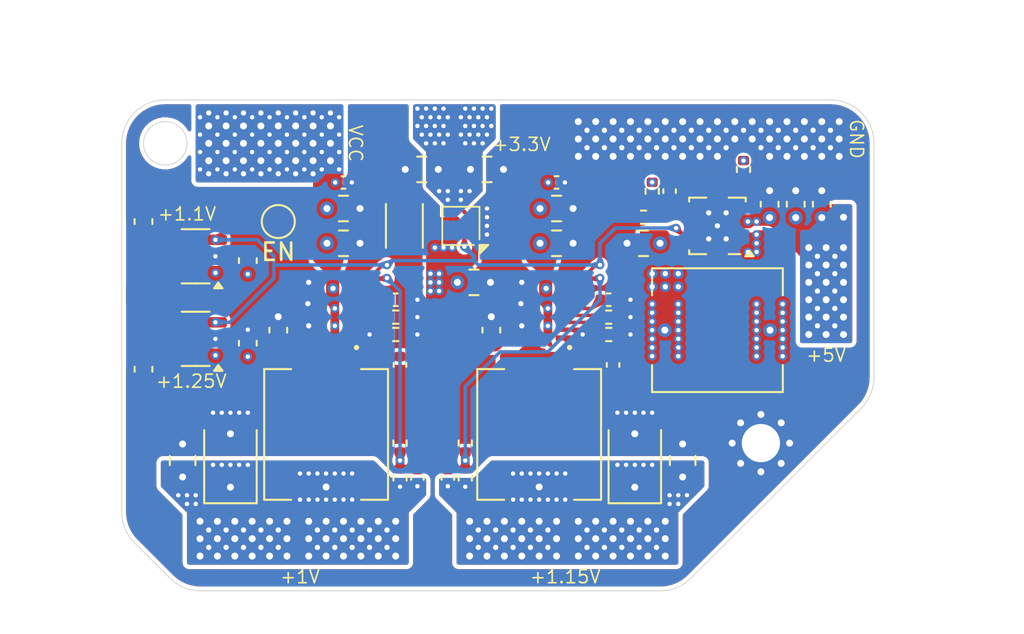
<source format=kicad_pcb>
(kicad_pcb (version 20241229) (generator "pcbnew") (generator_version "9.0")
  (layers (0 "F.Cu" signal) (4 "In1.Cu" signal) (6 "In2.Cu" signal) (2 "B.Cu" signal) (13 "F.Paste" user) (15 "B.Paste" user) (5 "F.SilkS" user "F.Silkscreen") (7 "B.SilkS" user "B.Silkscreen") (1 "F.Mask" user) (3 "B.Mask" user) (25 "Edge.Cuts" user))
  (net 0 "")
  (net 1 "GND")
  (net 2 "VCC")
  (net 3 "+1V0")
  (net 4 "Net-(U1-FB)")
  (net 5 "1V_VCC")
  (net 6 "1V_SS")
  (net 7 "1V_BST")
  (net 8 "+1V15")
  (net 9 "Net-(U2-FB)")
  (net 10 "1V15_VCC")
  (net 11 "1V15_SS")
  (net 12 "1V15_BST")
  (net 13 "+3.3V")
  (net 14 "+1V1")
  (net 15 "+1V25")
  (net 16 "Net-(U6-SS)")
  (net 17 "+5V")
  (net 18 "Net-(U1-SW)")
  (net 19 "Net-(U2-SW)")
  (net 20 "Net-(L3-Pad1)")
  (net 21 "Net-(L3-Pad2)")
  (net 22 "Net-(L4-Pad2)")
  (net 23 "Net-(U1-CS)")
  (net 24 "Net-(U1-MODE)")
  (net 25 "Net-(U2-CS)")
  (net 26 "Net-(U2-MODE)")
  (net 27 "Net-(U6-PG)")
  (net 28 "5V_FB")
  (net 29 "1V_PGOOD")
  (net 30 "EN")
  (net 31 "1V15_PGOOD")
  (net 32 "3V3_PGOOD")
  (footprint "cafebara:TDA38826XUMA1" (layer "F.Cu") (at 106.25 118.75 90)
    (property "Reference" "U1" (hide yes))
    (property "Value" "TDA38826XUMA1" (hide yes))
  )
  (footprint "cafebara:TDA38826XUMA1" (layer "F.Cu") (at 118.5 118.75 90)
    (property "Reference" "U2" (hide yes))
    (property "Value" "TDA38826XUMA1" (hide yes))
  )
  (footprint "Capacitor_SMD:C_0805_2012Metric" (layer "F.Cu") (at 126.75 127.5 90)
    (property "Reference" "C13" (hide yes))
    (property "Value" "47uF" (hide yes))
  )
  (footprint "Resistor_SMD:R_0402_1005Metric" (layer "F.Cu") (at 125 112 90)
    (property "Reference" "R10" (hide yes))
    (property "Value" "402k" (hide yes))
  )
  (footprint "Capacitor_SMD:C_0402_1005Metric" (layer "F.Cu") (at 126 112 90)
    (property "Reference" "C27" (hide yes))
    (property "Value" "10nF" (hide yes))
  )
  (footprint "MountingHole:MountingHole_2.2mm_M2_Pad_Via" (layer "F.Cu") (at 131.25 126.5)
    (property "Reference" "H1" (hide yes))
    (property "Value" "~" (hide yes))
  )
  (footprint "Capacitor_SMD:C_0402_1005Metric" (layer "F.Cu") (at 122.75 122 -90)
    (property "Reference" "C18" (hide yes))
    (property "Value" "0.1uF" (hide yes))
  )
  (footprint "Inductor_SMD:L_Sunlord_MWSA0624S" (layer "F.Cu") (at 128.75 120)
    (property "Reference" "L4" (hide yes))
    (property "Value" "1uH" (hide yes))
  )
  (footprint "Capacitor_SMD:C_0603_1608Metric" (layer "F.Cu") (at 115.75 120 90)
    (property "Reference" "C16" (hide yes))
    (property "Value" "2.2uF" (hide yes))
  )
  (footprint "Resistor_SMD:R_0402_1005Metric" (layer "F.Cu") (at 124.5 113.5)
    (property "Reference" "R11" (hide yes))
    (property "Value" "100k" (hide yes))
  )
  (footprint "Capacitor_SMD:C_0805_2012Metric" (layer "F.Cu") (at 119.5 115)
    (property "Reference" "C10" (hide yes))
    (property "Value" "47uF" (hide yes))
  )
  (footprint "Capacitor_Tantalum_SMD:CP_EIA-3528-15_AVX-H" (layer "F.Cu") (at 100.75 127.5 90)
    (property "Reference" "C5" (hide yes))
    (property "Value" "330uF" (hide yes))
  )
  (footprint "Capacitor_SMD:C_0805_2012Metric" (layer "F.Cu") (at 124.5 115 180)
    (property "Reference" "C26" (hide yes))
    (property "Value" "22uF" (hide yes))
  )
  (footprint "Capacitor_SMD:C_0603_1608Metric" (layer "F.Cu") (at 133.25 112.75 90)
    (property "Reference" "C30" (hide yes))
    (property "Value" "22uF" (hide yes))
  )
  (footprint "Package_TO_SOT_SMD:SOT-23-5" (layer "F.Cu") (at 98.75 120.5 180)
    (property "Reference" "U5" (hide yes))
    (property "Value" "AP2210K-ADJ" (hide yes))
  )
  (footprint "Package_SON:Texas_S-PVSON-N10_ThermalVias" (layer "F.Cu") (at 128.75 114 180)
    (property "Reference" "U6" (hide yes))
    (property "Value" "TPS61232DRC" (hide yes))
  )
  (footprint "Capacitor_SMD:C_0805_2012Metric" (layer "F.Cu") (at 114.75 117.25)
    (property "Reference" "C19" (hide yes))
    (property "Value" "22uF" (hide yes))
  )
  (footprint "Resistor_SMD:R_0402_1005Metric" (layer "F.Cu") (at 114.25 128.5 -90)
    (property "Reference" "R5" (hide yes))
    (property "Value" "2k" (hide yes))
  )
  (footprint "Capacitor_SMD:C_0805_2012Metric" (layer "F.Cu") (at 119.5 113)
    (property "Reference" "C11" (hide yes))
    (property "Value" "47uF" (hide yes))
  )
  (footprint "Capacitor_SMD:C_0805_2012Metric" (layer "F.Cu") (at 107.25 113)
    (property "Reference" "C2" (hide yes))
    (property "Value" "47uF" (hide yes))
  )
  (footprint "Capacitor_SMD:C_0402_1005Metric" (layer "F.Cu") (at 110.25 118.25)
    (property "Reference" "C8" (hide yes))
    (property "Value" "140nF" (hide yes))
  )
  (footprint "TestPoint:TestPoint_Pad_D1.5mm" (layer "F.Cu") (at 103.501 113.75)
    (property "Reference" "TP1" (hide yes))
    (property "Value" "EN")
  )
  (footprint "Inductor_SMD:L_Sunlord_MWSA0624S" (layer "F.Cu") (at 118.5 126 -90)
    (property "Reference" "L2" (hide yes))
    (property "Value" "1uH")
  )
  (footprint "Capacitor_SMD:C_0402_1005Metric" (layer "F.Cu") (at 110.5 122 -90)
    (property "Reference" "C9" (hide yes))
    (property "Value" "0.1uF" (hide yes))
  )
  (footprint "Capacitor_SMD:C_0805_2012Metric" (layer "F.Cu") (at 115.5 110.75)
    (property "Reference" "C20" (hide yes))
    (property "Value" "47uF" (hide yes))
  )
  (footprint "Capacitor_SMD:C_0603_1608Metric" (layer "F.Cu") (at 101.75 116 90)
    (property "Reference" "C22" (hide yes))
    (property "Value" "1uF" (hide yes))
  )
  (footprint "Resistor_SMD:R_0402_1005Metric" (layer "F.Cu") (at 122.5 119.25 180)
    (property "Reference" "R7" (hide yes))
    (property "Value" "60k" (hide yes))
  )
  (footprint "Package_CSP:WLCSP-20_1.994x1.94mm_Layout4x5_P0.4mm" (layer "F.Cu") (at 114 114 180)
    (property "Reference" "U3" (hide yes))
    (property "Value" "FAN49100AUC330X" (hide yes))
  )
  (footprint "Capacitor_SMD:C_0805_2012Metric" (layer "F.Cu") (at 98 127.5 90)
    (property "Reference" "C4" (hide yes))
    (property "Value" "47uF" (hide yes))
  )
  (footprint "Capacitor_SMD:C_0402_1005Metric" (layer "F.Cu") (at 119.5 111.5)
    (property "Reference" "C12" (hide yes))
    (property "Value" "0.1uF" (hide yes))
  )
  (footprint "Capacitor_Tantalum_SMD:CP_EIA-3528-15_AVX-H" (layer "F.Cu") (at 124 127.5 90)
    (property "Reference" "C14" (hide yes))
    (property "Value" "330uF" (hide yes))
  )
  (footprint "Capacitor_SMD:C_0603_1608Metric" (layer "F.Cu") (at 101.75 120.75 90)
    (property "Reference" "C24" (hide yes))
    (property "Value" "1uF" (hide yes))
  )
  (footprint "Capacitor_SMD:C_0603_1608Metric" (layer "F.Cu") (at 103.5 120 90)
    (property "Reference" "C7" (hide yes))
    (property "Value" "2.2uF" (hide yes))
  )
  (footprint "Capacitor_SMD:C_0402_1005Metric" (layer "F.Cu") (at 113.25 128.5 -90)
    (property "Reference" "C15" (hide yes))
    (property "Value" "220pF" (hide yes))
  )
  (footprint "Package_TO_SOT_SMD:SOT-23-5" (layer "F.Cu") (at 98.75 115.75 180)
    (property "Reference" "U4" (hide yes))
    (property "Value" "TLV74311PDBVR" (hide yes))
  )
  (footprint "Capacitor_SMD:C_0603_1608Metric" (layer "F.Cu") (at 134.75 112.75 90)
    (property "Reference" "C29" (hide yes))
    (property "Value" "22uF" (hide yes))
  )
  (footprint "Capacitor_SMD:C_0603_1608Metric" (layer "F.Cu") (at 131.75 112.75 90)
    (property "Reference" "C28" (hide yes))
    (property "Value" "22uF" (hide yes))
  )
  (footprint "Resistor_SMD:R_0402_1005Metric" (layer "F.Cu") (at 122.5 120.25 180)
    (property "Reference" "R6" (hide yes))
    (property "Value" "5.5k" (hide yes))
  )
  (footprint "Resistor_SMD:R_0402_1005Metric" (layer "F.Cu") (at 110.5 128.5 -90)
    (property "Reference" "R1" (hide yes))
    (property "Value" "2k" (hide yes))
  )
  (footprint "Capacitor_SMD:C_0402_1005Metric" (layer "F.Cu") (at 111.5 128.5 -90)
    (property "Reference" "C6" (hide yes))
    (property "Value" "220pF" (hide yes))
  )
  (footprint "Resistor_SMD:R_0402_1005Metric" (layer "F.Cu") (at 114.25 126.5 90)
    (property "Reference" "R8" (hide yes))
    (property "Value" "7.2k" (hide yes))
  )
  (footprint "Resistor_SMD:R_0402_1005Metric" (layer "F.Cu") (at 110.5 126.5 90)
    (property "Reference" "R4" (hide yes))
    (property "Value" "18k" (hide yes))
  )
  (footprint "Capacitor_SMD:C_0603_1608Metric" (layer "F.Cu") (at 95.75 122.25 -90)
    (property "Reference" "C25" (hide yes))
    (property "Value" "2.2uF" (hide yes))
  )
  (footprint "Capacitor_SMD:C_0402_1005Metric" (layer "F.Cu") (at 122.5 118.25)
    (property "Reference" "C17" (hide yes))
    (property "Value" "140nF" (hide yes))
  )
  (footprint "Capacitor_SMD:C_0603_1608Metric" (layer "F.Cu") (at 95.75 113.75 90)
    (property "Reference" "C23" (hide yes))
    (property "Value" "1uF" (hide yes))
  )
  (footprint "Resistor_SMD:R_0402_1005Metric" (layer "F.Cu") (at 130.25 110.75 -90)
    (property "Reference" "R9" (hide yes))
    (property "Value" "1M" (hide yes))
  )
  (footprint "Resistor_SMD:R_0402_1005Metric" (layer "F.Cu") (at 110.25 119.25 180)
    (property "Reference" "R3" (hide yes))
    (property "Value" "60k" (hide yes))
  )
  (footprint "Capacitor_SMD:C_0805_2012Metric" (layer "F.Cu") (at 111.75 110.75 180)
    (property "Reference" "C21" (hide yes))
    (property "Value" "47uF" (hide yes))
  )
  (footprint "Inductor_SMD:L_Sunlord_MWSA0624S" (layer "F.Cu") (at 106.25 126 -90)
    (property "Reference" "L1" (hide yes))
    (property "Value" "1uH")
  )
  (footprint "Resistor_SMD:R_0402_1005Metric" (layer "F.Cu") (at 110.25 120.25 180)
    (property "Reference" "R2" (hide yes))
    (property "Value" "5.5k" (hide yes))
  )
  (footprint "Capacitor_SMD:C_0402_1005Metric" (layer "F.Cu") (at 107.25 111.5)
    (property "Reference" "C3" (hide yes))
    (property "Value" "0.1uF" (hide yes))
  )
  (footprint "Inductor_SMD:L_Murata_DFE201610P" (layer "F.Cu") (at 110.75 114 90)
    (property "Reference" "L3" (hide yes))
    (property "Value" "1uH")
  )
  (footprint "Capacitor_SMD:C_0805_2012Metric" (layer "F.Cu") (at 107.25 115)
    (property "Reference" "C1" (hide yes))
    (property "Value" "47uF" (hide yes))
  )
  (gr_line (start 94.5 109.25) (end 94.5 130.464466) (stroke (width 0.05)) (layer "Edge.Cuts"))
  (gr_arc (start 94.5 109.25) (mid 95.232233 107.482233) (end 97 106.75) (stroke (width 0.05)) (layer "Edge.Cuts"))
  (gr_line (start 137.75 122.714466) (end 137.75 109.25) (stroke (width 0.05)) (layer "Edge.Cuts"))
  (gr_line (start 99.035534 135) (end 125.464466 135) (stroke (width 0.05)) (layer "Edge.Cuts"))
  (gr_line (start 135.25 106.75) (end 97 106.75) (stroke (width 0.05)) (layer "Edge.Cuts"))
  (gr_arc (start 135.25 106.75) (mid 137.017767 107.482233) (end 137.75 109.25) (stroke (width 0.05)) (layer "Edge.Cuts"))
  (gr_arc (start 127.232233 134.267767) (mid 126.421175 134.809699) (end 125.464466 135) (stroke (width 0.05)) (layer "Edge.Cuts"))
  (gr_line (start 127.232233 134.267767) (end 137.017767 124.482233) (stroke (width 0.05)) (layer "Edge.Cuts"))
  (gr_circle (center 97 109.25) (end 98.25 109.25) (stroke (width 0.05)) (fill no) (layer "Edge.Cuts"))
  (gr_arc (start 95.232233 132.232233) (mid 94.690312 131.421173) (end 94.5 130.464466) (stroke (width 0.05)) (layer "Edge.Cuts"))
  (gr_arc (start 137.75 122.714466) (mid 137.55971 123.671182) (end 137.017767 124.482233) (stroke (width 0.05)) (layer "Edge.Cuts"))
  (gr_arc (start 99.035534 135) (mid 98.078818 134.80971) (end 97.267767 134.267767) (stroke (width 0.05)) (layer "Edge.Cuts"))
  (gr_line (start 95.232233 132.232233) (end 97.267767 134.267767) (stroke (width 0.05)) (layer "Edge.Cuts"))
  (gr_text "+1.15V" (at 120 133.75 0) (layer "F.SilkS") (effects (font (size 0.75 0.75) (thickness 0.09375)) (justify top)))
  (gr_text "+3.3V" (at 115.75 109.75 0) (layer "F.SilkS") (effects (font (size 0.75 0.75) (thickness 0.09375)) (justify left bottom)))
  (gr_text "GND" (at 136.75 109 270) (layer "F.SilkS") (effects (font (size 0.75 0.75) (thickness 0.09375))))
  (gr_text "+1V" (at 104.75 133.75 0) (layer "F.SilkS") (effects (font (size 0.75 0.75) (thickness 0.09375)) (justify top)))
  (gr_text "VCC" (at 107.5 109.25 270) (layer "F.SilkS") (effects (font (size 0.75 0.75) (thickness 0.09375)) (justify bottom)))
  (gr_text "+5V" (at 135 121 0) (layer "F.SilkS") (effects (font (size 0.75 0.75) (thickness 0.09375)) (justify top)))
  (gr_text "+1.1V" (at 98.25 113.75 0) (layer "F.SilkS") (effects (font (size 0.75 0.75) (thickness 0.09375)) (justify bottom)))
  (gr_text "+1.25V" (at 98.5 122.5 0) (layer "F.SilkS") (effects (font (size 0.75 0.75) (thickness 0.09375)) (justify top)))
  (segment (start 113.4 114) (end 113.8 114) (width 0.2) (layer "F.Cu") (net 1))
  (via (at 124.25 109.5) (size 0.6) (drill 0.3) (layers "F.Cu" "B.Cu") (net 1))
  (via (at 120.45 115) (size 0.8) (drill 0.4) (layers "F.Cu" "B.Cu") (net 1))
  (via (at 127.25 109.5) (size 0.6) (drill 0.3) (layers "F.Cu" "B.Cu") (net 1))
  (via (at 130.75 109) (size 0.8) (drill 0.4) (layers "F.Cu" "B.Cu") (net 1))
  (via (at 115.5 113.5) (size 0.5) (drill 0.25) (layers "F.Cu" "B.Cu") (net 1))
  (via (at 123.55 115) (size 0.8) (drill 0.4) (layers "F.Cu" "B.Cu") (net 1))
  (via (at 124 125.9625) (size 0.8) (drill 0.4) (layers "F.Cu" "B.Cu") (net 1))
  (via (at 122.75 109) (size 0.8) (drill 0.4) (layers "F.Cu" "B.Cu") (net 1))
  (via (at 130.75 108) (size 0.8) (drill 0.4) (layers "F.Cu" "B.Cu") (net 1))
  (via (at 124.25 108.5) (size 0.6) (drill 0.3) (layers "F.Cu" "B.Cu") (net 1))
  (via (at 134.75 110) (size 0.8) (drill 0.4) (layers "F.Cu" "B.Cu") (net 1))
  (via (at 125.75 108) (size 0.8) (drill 0.4) (layers "F.Cu" "B.Cu") (net 1))
  (via (at 133.75 108) (size 0.8) (drill 0.4) (layers "F.Cu" "B.Cu") (net 1))
  (via (at 134.25 108.5) (size 0.6) (drill 0.3) (layers "F.Cu" "B.Cu") (net 1))
  (via (at 128.25 108.5) (size 0.6) (drill 0.3) (layers "F.Cu" "B.Cu") (net 1))
  (via (at 123.75 118.25) (size 0.5) (drill 0.25) (layers "F.Cu" "B.Cu") (net 1))
  (via (at 105.25 117.25) (size 0.6) (drill 0.3) (layers "F.Cu" "B.Cu") (net 1))
  (via (at 128.75 109) (size 0.8) (drill 0.4) (layers "F.Cu" "B.Cu") (net 1))
  (via (at 99.8875 120.5) (size 0.5) (drill 0.25) (layers "F.Cu" "B.Cu") (net 1))
  (via (at 135.75 108) (size 0.8) (drill 0.4) (layers "F.Cu" "B.Cu") (net 1))
  (via (at 121.25 109.5) (size 0.6) (drill 0.3) (layers "F.Cu" "B.Cu") (net 1))
  (via (at 122.25 109.5) (size 0.6) (drill 0.3) (layers "F.Cu" "B.Cu") (net 1))
  (via (at 101.75 124.75) (size 0.5) (drill 0.25) (layers "F.Cu" "B.Cu") (net 1))
  (via (at 121.25 108.5) (size 0.6) (drill 0.3) (layers "F.Cu" "B.Cu") (net 1))
  (via (at 100.25 124.75) (size 0.5) (drill 0.25) (layers "F.Cu" "B.Cu") (net 1))
  (via (at 122.75 110) (size 0.8) (drill 0.4) (layers "F.Cu" "B.Cu") (net 1))
  (via (at 105.2 118.475) (size 0.6) (drill 0.3) (layers "F.Cu" "B.Cu") (net 1))
  (via (at 129.75 109) (size 0.8) (drill 0.4) (layers "F.Cu" "B.Cu") (net 1))
  (via (at 133.75 110) (size 0.8) (drill 0.4) (layers "F.Cu" "B.Cu") (net 1))
  (via (at 132.75 110) (size 0.8) (drill 0.4) (layers "F.Cu" "B.Cu") (net 1))
  (via (at 123.25 109.5) (size 0.6) (drill 0.3) (layers "F.Cu" "B.Cu") (net 1))
  (via (at 127.75 108) (size 0.8) (drill 0.4) (layers "F.Cu" "B.Cu") (net 1))
  (via (at 128.25 109.5) (size 0.6) (drill 0.3) (layers "F.Cu" "B.Cu") (net 1))
  (via (at 123.75 120.25) (size 0.5) (drill 0.25) (layers "F.Cu" "B.Cu") (net 1))
  (via (at 134.75 109) (size 0.8) (drill 0.4) (layers "F.Cu" "B.Cu") (net 1))
  (via (at 98 126.55) (size 0.8) (drill 0.4) (layers "F.Cu" "B.Cu") (net 1))
  (via (at 133.25 108.5) (size 0.6) (drill 0.3) (layers "F.Cu" "B.Cu") (net 1))
  (via (at 131.75 111.975) (size 0.8) (drill 0.4) (layers "F.Cu" "B.Cu") (net 1))
  (via (at 135.25 108.5) (size 0.6) (drill 0.3) (layers "F.Cu" "B.Cu") (net 1))
  (via (at 132.75 109) (size 0.8) (drill 0.4) (layers "F.Cu" "B.Cu") (net 1))
  (via (at 103.5 119.225) (size 0.8) (drill 0.4) (layers "F.Cu" "B.Cu") (net 1))
  (via (at 120.75 110) (size 0.8) (drill 0.4) (layers "F.Cu" "B.Cu") (net 1))
  (via (at 129.25 108.5) (size 0.6) (drill 0.3) (layers "F.Cu" "B.Cu") (net 1))
  (via (at 115.7 117.25) (size 0.8) (drill 0.4) (layers "F.Cu" "B.Cu") (net 1))
  (via (at 124 124.75) (size 0.5) (drill 0.25) (layers "F.Cu" "B.Cu") (net 1))
  (via (at 126.75 110) (size 0.8) (drill 0.4) (layers "F.Cu" "B.Cu") (net 1))
  (via (at 120.75 109) (size 0.8) (drill 0.4) (layers "F.Cu" "B.Cu") (net 1))
  (via (at 126.75 126.55) (size 0.8) (drill 0.4) (layers "F.Cu" "B.Cu") (net 1))
  (via (at 117.5 117.25) (size 0.6) (drill 0.3) (layers "F.Cu" "B.Cu") (net 1))
  (via (at 125 124.75) (size 0.5) (drill 0.25) (layers "F.Cu" "B.Cu") (net 1))
  (via (at 108.2 115) (size 0.8) (drill 0.4) (layers "F.Cu" "B.Cu") (net 1))
  (via (at 132.75 108) (size 0.8) (drill 0.4) (layers "F.Cu" "B.Cu") (net 1))
  (via (at 129.25 109.5) (size 0.6) (drill 0.3) (layers "F.Cu" "B.Cu") (net 1))
  (via (at 133.25 109.5) (size 0.6) (drill 0.3) (layers "F.Cu" "B.Cu") (net 1))
  (via (at 121.75 110) (size 0.8) (drill 0.4) (layers "F.Cu" "B.Cu") (net 1))
  (via (at 135.25 109.5) (size 0.6) (drill 0.3) (layers "F.Cu" "B.Cu") (net 1))
  (via (at 120.45 113) (size 0.8) (drill 0.4) (layers "F.Cu" "B.Cu") (net 1))
  (via (at 133.25 111.975) (size 0.8) (drill 0.4) (layers "F.Cu" "B.Cu") (net 1))
  (via (at 126.25 108.5) (size 0.6) (drill 0.3) (layers "F.Cu" "B.Cu") (net 1))
  (via (at 123.75 110) (size 0.8) (drill 0.4) (layers "F.Cu" "B.Cu") (net 1))
  (via (at 111.5 120.25) (size 0.5) (drill 0.25) (layers "F.Cu" "B.Cu") (net 1))
  (via (at 131.75 109) (size 0.8) (drill 0.4) (layers "F.Cu" "B.Cu") (net 1))
  (via (at 121.75 108) (size 0.8) (drill 0.4) (layers "F.Cu" "B.Cu") (net 1))
  (via (at 125.25 108.5) (size 0.6) (drill 0.3) (layers "F.Cu" "B.Cu") (net 1))
  (via (at 131.75 110) (size 0.8) (drill 0.4) (layers "F.Cu" "B.Cu") (net 1))
  (via (at 132.25 109.5) (size 0.6) (drill 0.3) (layers "F.Cu" "B.Cu") (net 1))
  (via (at 123.5 124.75) (size 0.5) (drill 0.25) (layers "F.Cu" "B.Cu") (net 1))
  (via (at 116.45 110.75) (size 0.8) (drill 0.4) (layers "F.Cu" "B.Cu") (net 1))
  (via (at 121.75 109) (size 0.8) (drill 0.4) (layers "F.Cu" "B.Cu") (net 1))
  (via (at 121 120.25) (size 0.5) (drill 0.25) (layers "F.Cu" "B.Cu") (net 1))
  (via (at 111.5 119.25) (size 0.5) (drill 0.25) (layers "F.Cu" "B.Cu") (net 1))
  (via (at 125.75 109) (size 0.8) (drill 0.4) (layers "F.Cu" "B.Cu") (net 1))
  (via (at 105.25 119.75) (size 0.6) (drill 0.3) (layers "F.Cu" "B.Cu") (net 1))
  (via (at 128.75 108) (size 0.8) (drill 0.4) (layers "F.Cu" "B.Cu") (net 1))
  (via (at 99.75 124.75) (size 0.5) (drill 0.25) (layers "F.Cu" "B.Cu") (net 1))
  (via (at 127.75 109) (size 0.8) (drill 0.4) (layers "F.Cu" "B.Cu") (net 1))
  (via (at 126.75 108) (size 0.8) (drill 0.4) (layers "F.Cu" "B.Cu") (net 1))
  (via (at 115.5 114.5) (size 0.5) (drill 0.25) (layers "F.Cu" "B.Cu") (net 1))
  (via (at 132.25 108.5) (size 0.6) (drill 0.3) (layers "F.Cu" "B.Cu") (net 1))
  (via (at 126.25 109.5) (size 0.6) (drill 0.3) (layers "F.Cu" "B.Cu") (net 1))
  (via (at 122.75 108) (size 0.8) (drill 0.4) (layers "F.Cu" "B.Cu") (net 1))
  (via (at 108.2 113) (size 0.8) (drill 0.4) (layers "F.Cu" "B.Cu") (net 1))
  (via (at 123.75 119.25) (size 0.5) (drill 0.25) (layers "F.Cu" "B.Cu") (net 1))
  (via (at 107.73 111.5) (size 0.5) (drill 0.25) (layers "F.Cu" "B.Cu") (net 1))
  (via (at 120.75 108) (size 0.8) (drill 0.4) (layers "F.Cu" "B.Cu") (net 1))
  (via (at 127.75 110) (size 0.8) (drill 0.4) (layers "F.Cu" "B.Cu") (net 1))
  (via (at 126.75 109) (size 0.8) (drill 0.4) (layers "F.Cu" "B.Cu") (net 1))
  (via (at 135.75 109) (size 0.8) (drill 0.4) (layers "F.Cu" "B.Cu") (net 1))
  (via (at 124.75 110) (size 0.8) (drill 0.4) (layers "F.Cu" "B.Cu") (net 1))
  (via (at 128.75 110) (size 0.8) (drill 0.4) (layers "F.Cu" "B.Cu") (net 1))
  (via (at 134.75 111.975) (size 0.8) (drill 0.4) (layers "F.Cu" "B.Cu") (net 1))
  (via (at 131.75 108) (size 0.8) (drill 0.4) (layers "F.Cu" "B.Cu") (net 1))
  (via (at 123.25 108.5) (size 0.6) (drill 0.3) (layers "F.Cu" "B.Cu") (net 1))
  (via (at 119.98 111.5) (size 0.5) (drill 0.25) (layers "F.Cu" "B.Cu") (net 1))
  (via (at 101.25 124.75) (size 0.5) (drill 0.25) (layers "F.Cu" "B.Cu") (net 1))
  (via (at 101.75 119.975) (size 0.5) (drill 0.25) (layers "F.Cu" "B.Cu") (net 1))
  (via (at 130.25 108.5) (size 0.6) (drill 0.3) (layers "F.Cu" "B.Cu") (net 1))
  (via (at 117.5 119.75) (size 0.6) (drill 0.3) (layers "F.Cu" "B.Cu") (net 1))
  (via (at 131.25 109.5) (size 0.6) (drill 0.3) (layers "F.Cu" "B.Cu") (net 1))
  (via (at 99.8875 115.75) (size 0.5) (drill 0.25) (layers "F.Cu" "B.Cu") (net 1))
  (via (at 123.75 109) (size 0.8) (drill 0.4) (layers "F.Cu" "B.Cu") (net 1))
  (via (at 129.75 108) (size 0.8) (drill 0.4) (layers "F.Cu" "B.Cu") (net 1))
  (via (at 124.75 109) (size 0.8) (drill 0.4) (layers "F.Cu" "B.Cu") (net 1))
  (via (at 115.75 119.225) (size 0.8) (drill 0.4) (layers "F.Cu" "B.Cu") (net 1))
  (via (at 100.75 125.9625) (size 0.8) (drill 0.4) (layers "F.Cu" "B.Cu") (net 1))
  (via (at 115.5 114) (size 0.5) (drill 0.25) (layers "F.Cu" "B.Cu") (net 1))
  (via (at 124.75 108) (size 0.8) (drill 0.4) (layers "F.Cu" "B.Cu") (net 1))
  (via (at 123.75 108) (size 0.8) (drill 0.4) (layers "F.Cu" "B.Cu") (net 1))
  (via (at 122.25 108.5) (size 0.6) (drill 0.3) (layers "F.Cu" "B.Cu") (net 1))
  (via (at 108.75 120.25) (size 0.5) (drill 0.25) (layers "F.Cu" "B.Cu") (net 1))
  (via (at 124.5 124.75) (size 0.5) (drill 0.25) (layers "F.Cu" "B.Cu") (net 1))
  (via (at 131.25 108.5) (size 0.6) (drill 0.3) (layers "F.Cu" "B.Cu") (net 1))
  (via (at 135.75 110) (size 0.8) (drill 0.4) (layers "F.Cu" "B.Cu") (net 1))
  (via (at 134.25 109.5) (size 0.6) (drill 0.3) (layers "F.Cu" "B.Cu") (net 1))
  (via (at 133.75 109) (size 0.8) (drill 0.4) (layers "F.Cu" "B.Cu") (net 1))
  (via (at 123 124.75) (size 0.5) (drill 0.25) (layers "F.Cu" "B.Cu") (net 1))
  (via (at 100.75 124.75) (size 0.5) (drill 0.25) (layers "F.Cu" "B.Cu") (net 1))
  (via (at 110.8 110.75) (size 0.8) (drill 0.4) (layers "F.Cu" "B.Cu") (net 1))
  (via (at 127.25 108.5) (size 0.6) (drill 0.3) (layers "F.Cu" "B.Cu") (net 1))
  (via (at 125.75 110) (size 0.8) (drill 0.4) (layers "F.Cu" "B.Cu") (net 1))
  (via (at 117.45 118.475) (size 0.6) (drill 0.3) (layers "F.Cu" "B.Cu") (net 1))
  (via (at 115.5 113) (size 0.5) (drill 0.25) (layers "F.Cu" "B.Cu") (net 1))
  (via (at 125.25 109.5) (size 0.6) (drill 0.3) (layers "F.Cu" "B.Cu") (net 1))
  (via (at 134.75 108) (size 0.8) (drill 0.4) (layers "F.Cu" "B.Cu") (net 1))
  (via (at 111.5 118.25) (size 0.5) (drill 0.25) (layers "F.Cu" "B.Cu") (net 1))
  (via (at 100 110.75) (size 0.5) (drill 0.25) (layers "F.Cu" "B.Cu") (net 2))
  (via (at 126.5 120.5) (size 0.5) (drill 0.25) (layers "F.Cu" "B.Cu") (net 2))
  (via (at 100.5 111) (size 0.6) (drill 0.3) (layers "F.Cu" "B.Cu") (net 2))
  (via (at 106.75 118.75) (size 0.5) (drill 0.25) (layers "F.Cu" "B.Cu") (net 2))
  (via (at 112.75 117.25) (size 0.5) (drill 0.25) (layers "F.Cu" "B.Cu") (net 2))
  (via (at 103 107.75) (size 0.5) (drill 0.25) (layers "F.Cu" "B.Cu") (net 2))
  (via (at 112.25 117.75) (size 0.5) (drill 0.25) (layers "F.Cu" "B.Cu") (net 2))
  (via (at 107 108.75) (size 0.5) (drill 0.25) (layers "F.Cu" "B.Cu") (net 2))
  (via (at 119 119.75) (size 0.5) (drill 0.25) (layers "F.Cu" "B.Cu") (net 2))
  (via (at 125 117.5) (size 0.6) (drill 0.3) (layers "F.Cu" "B.Cu") (net 2))
  (via (at 105.5 107.5) (size 0.6) (drill 0.3) (layers "F.Cu" "B.Cu") (net 2))
  (via (at 103.5 111) (size 0.6) (drill 0.3) (layers "F.Cu" "B.Cu") (net 2))
  (via (at 107 107.75) (size 0.5) (drill 0.25) (layers "F.Cu" "B.Cu") (net 2))
  (via (at 105 107.75) (size 0.5) (drill 0.25) (layers "F.Cu" "B.Cu") (net 2))
  (via (at 118.55 115) (size 0.8) (drill 0.4) (layers "F.Cu" "B.Cu") (net 2))
  (via (at 113 115.25) (size 0.5) (drill 0.25) (layers "F.Cu" "B.Cu") (net 2))
  (via (at 102 110.75) (size 0.5) (drill 0.25) (layers "F.Cu" "B.Cu") (net 2))
  (via (at 104 109.75) (size 0.5) (drill 0.25) (layers "F.Cu" "B.Cu") (net 2))
  (via (at 102.5 108.25) (size 0.8) (drill 0.4) (layers "F.Cu" "B.Cu") (net 2))
  (via (at 99.5 108.25) (size 0.8) (drill 0.4) (layers "F.Cu" "B.Cu") (net 2))
  (via (at 100.5 107.5) (size 0.6) (drill 0.3) (layers "F.Cu" "B.Cu") (net 2))
  (via (at 103 108.75) (size 0.5) (drill 0.25) (layers "F.Cu" "B.Cu") (net 2))
  (via (at 101.5 109.25) (size 0.8) (drill 0.4) (layers "F.Cu" "B.Cu") (net 2))
  (via (at 118.9 117.6) (size 0.6) (drill 0.3) (layers "F.Cu" "B.Cu") (net 2))
  (via (at 112.5 115.25) (size 0.5) (drill 0.25) (layers "F.Cu" "B.Cu") (net 2))
  (via (at 101.5 108.25) (size 0.8) (drill 0.4) (layers "F.Cu" "B.Cu") (net 2))
  (via (at 104.5 107.5) (size 0.6) (drill 0.3) (layers "F.Cu" "B.Cu") (net 2))
  (via (at 99.5 107.5) (size 0.6) (drill 0.3) (layers "F.Cu" "B.Cu") (net 2))
  (via (at 101.5 107.5) (size 0.6) (drill 0.3) (layers "F.Cu" "B.Cu") (net 2))
  (via (at 105 108.75) (size 0.5) (drill 0.25) (layers "F.Cu" "B.Cu") (net 2))
  (via (at 101.75 121.525) (size 0.5) (drill 0.25) (layers "F.Cu" "B.Cu") (net 2))
  (via (at 112.75 117.75) (size 0.5) (drill 0.25) (layers "F.Cu" "B.Cu") (net 2))
  (via (at 103 109.75) (size 0.5) (drill 0.25) (layers "F.Cu" "B.Cu") (net 2))
  (via (at 125.725 120) (size 0.8) (drill 0.4) (layers "F.Cu" "B.Cu") (net 2))
  (via (at 106.3 113) (size 0.8) (drill 0.4) (layers "F.Cu" "B.Cu") (net 2))
  (via (at 104.5 111) (size 0.6) (drill 0.3) (layers "F.Cu" "B.Cu") (net 2))
  (via (at 102.5 107.5) (size 0.6) (drill 0.3) (layers "F.Cu" "B.Cu") (net 2))
  (via (at 101 110.75) (size 0.5) (drill 0.25) (layers "F.Cu" "B.Cu") (net 2))
  (via (at 101 108.75) (size 0.5) (drill 0.25) (layers "F.Cu" "B.Cu") (net 2))
  (via (at 124.999999 118.499992) (size 0.5) (drill 0.25) (layers "F.Cu" "B.Cu") (net 2))
  (via (at 101 107.75) (size 0.5) (drill 0.25) (layers "F.Cu" "B.Cu") (net 2))
  (via (at 102 108.75) (size 0.5) (drill 0.25) (layers "F.Cu" "B.Cu") (net 2))
  (via (at 106.3 115) (size 0.8) (drill 0.4) (layers "F.Cu" "B.Cu") (net 2))
  (via (at 107 109.75) (size 0.5) (drill 0.25) (layers "F.Cu" "B.Cu") (net 2))
  (via (at 106.65 117.6) (size 0.6) (drill 0.3) (layers "F.Cu" "B.Cu") (net 2))
  (via (at 124.999999 118.998484) (size 0.5) (drill 0.25) (layers "F.Cu" "B.Cu") (net 2))
  (via (at 105 110.75) (size 0.5) (drill 0.25) (layers "F.Cu" "B.Cu") (net 2))
  (via (at 125 120.5) (size 0.5) (drill 0.25) (layers "F.Cu" "B.Cu") (net 2))
  (via (at 105.5 110.25) (size 0.8) (drill 0.4) (layers "F.Cu" "B.Cu") (net 2))
  (via (at 125 121) (size 0.5) (drill 0.25) (layers "F.Cu" "B.Cu") (net 2))
  (via (at 102 107.75) (size 0.5) (drill 0.25) (layers "F.Cu" "B.Cu") (net 2))
  (via (at 106.5 109.25) (size 0.8) (drill 0.4) (layers "F.Cu" "B.Cu") (net 2))
  (via (at 106 109.75) (size 0.5) (drill 0.25) (layers "F.Cu" "B.Cu") (net 2))
  (via (at 106 107.75) (size 0.5) (drill 0.25) (layers "F.Cu" "B.Cu") (net 2))
  (via (at 104 110.75) (size 0.5) (drill 0.25) (layers "F.Cu" "B.Cu") (net 2))
  (via (at 106.5 110.25) (size 0.8) (drill 0.4) (layers "F.Cu" "B.Cu") (net 2))
  (via (at 126.5 120) (size 0.5) (drill 0.25) (layers "F.Cu" "B.Cu") (net 2))
  (via (at 99 107.75) (size 0.5) (drill 0.25) (layers "F.Cu" "B.Cu") (net 2))
  (via (at 106.77 111.5) (size 0.5) (drill 0.25) (layers "F.Cu" "B.Cu") (net 2))
  (via (at 100.5 110.25) (size 0.8) (drill 0.4) (layers "F.Cu" "B.Cu") (net 2))
  (via (at 102.5 109.25) (size 0.8) (drill 0.4) (layers "F.Cu" "B.Cu") (net 2))
  (via (at 126.5 121.5) (size 0.5) (drill 0.25) (layers "F.Cu" "B.Cu") (net 2))
  (via (at 100 109.75) (size 0.5) (drill 0.25) (layers "F.Cu" "B.Cu") (net 2))
  (via (at 107 110.75) (size 0.5) (drill 0.25) (layers "F.Cu" "B.Cu") (net 2))
  (via (at 113.8 117.25) (size 0.8) (drill 0.4) (layers "F.Cu" "B.Cu") (net 2))
  (via (at 125.45 115) (size 0.8) (drill 0.4) (layers "F.Cu" "B.Cu") (net 2))
  (via (at 125 120) (size 0.5) (drill 0.25) (layers "F.Cu" "B.Cu") (net 2))
  (via (at 125 116.75) (size 0.6) (drill 0.3) (layers "F.Cu" "B.Cu") (net 2))
  (via (at 125 119.5) (size 0.5) (drill 0.25) (layers "F.Cu" "B.Cu") (net 2))
  (via (at 103.5 108.25) (size 0.8) (drill 0.4) (layers "F.Cu" "B.Cu") (net 2))
  (via (at 105.5 108.25) (size 0.8) (drill 0.4) (layers "F.Cu" "B.Cu") (net 2))
  (via (at 100.5 109.25) (size 0.8) (drill 0.4) (layers "F.Cu" "B.Cu") (net 2))
  (via (at 99 109.75) (size 0.5) (drill 0.25) (layers "F.Cu" "B.Cu") (net 2))
  (via (at 106 110.75) (size 0.5) (drill 0.25) (layers "F.Cu" "B.Cu") (net 2))
  (via (at 118.55 113) (size 0.8) (drill 0.4) (layers "F.Cu" "B.Cu") (net 2))
  (via (at 99.8875 116.7) (size 0.5) (drill 0.25) (layers "F.Cu" "B.Cu") (net 2))
  (via (at 99.8875 121.45) (size 0.5) (drill 0.25) (layers "F.Cu" "B.Cu") (net 2))
  (via (at 125.75 117.5) (size 0.6) (drill 0.3) (layers "F.Cu" "B.Cu") (net 2))
  (via (at 104.5 110.25) (size 0.8) (drill 0.4) (layers "F.Cu" "B.Cu") (net 2))
  (via (at 112.25 117.25) (size 0.5) (drill 0.25) (layers "F.Cu" "B.Cu") (net 2))
  (via (at 105.5 111) (size 0.6) (drill 0.3) (layers "F.Cu" "B.Cu") (net 2))
  (via (at 106.75 119.75) (size 0.5) (drill 0.25) (layers "F.Cu" "B.Cu") (net 2))
  (via (at 125.75 116.75) (size 0.6) (drill 0.3) (layers "F.Cu" "B.Cu") (net 2))
  (via (at 119 118.75) (size 0.5) (drill 0.25) (layers "F.Cu" "B.Cu") (net 2))
  (via (at 99.5 110.25) (size 0.8) (drill 0.4) (layers "F.Cu" "B.Cu") (net 2))
  (via (at 105 109.75) (size 0.5) (drill 0.25) (layers "F.Cu" "B.Cu") (net 2))
  (via (at 126.499999 118.499992) (size 0.5) (drill 0.25) (layers "F.Cu" "B.Cu") (net 2))
  (via (at 125 121.5) (size 0.5) (drill 0.25) (layers "F.Cu" "B.Cu") (net 2))
  (via (at 126.499999 118.998484) (size 0.5) (drill 0.25) (layers "F.Cu" "B.Cu") (net 2))
  (via (at 126.5 119.5) (size 0.5) (drill 0.25) (layers "F.Cu" "B.Cu") (net 2))
  (via (at 103.5 107.5) (size 0.6) (drill 0.3) (layers "F.Cu" "B.Cu") (net 2))
  (via (at 112.25 116.75) (size 0.5) (drill 0.25) (layers "F.Cu" "B.Cu") (net 2))
  (via (at 103.5 110.25) (size 0.8) (drill 0.4) (layers "F.Cu" "B.Cu") (net 2))
  (via (at 119.02 111.5) (size 0.5) (drill 0.25) (layers "F.Cu" "B.Cu") (net 2))
  (via (at 104.5 109.25) (size 0.8) (drill 0.4) (layers "F.Cu" "B.Cu") (net 2))
  (via (at 103.5 109.25) (size 0.8) (drill 0.4) (layers "F.Cu" "B.Cu") (net 2))
  (via (at 126.5 117.5) (size 0.6) (drill 0.3) (layers "F.Cu" "B.Cu") (net 2))
  (via (at 99 108.75) (size 0.5) (drill 0.25) (layers "F.Cu" "B.Cu") (net 2))
  (via (at 100 107.75) (size 0.5) (drill 0.25) (layers "F.Cu" "B.Cu") (net 2))
  (via (at 106.5 108.25) (size 0.8) (drill 0.4) (layers "F.Cu" "B.Cu") (net 2))
  (via (at 99 110.75) (size 0.5) (drill 0.25) (layers "F.Cu" "B.Cu") (net 2))
  (via (at 103 110.75) (size 0.5) (drill 0.25) (layers "F.Cu" "B.Cu") (net 2))
  (via (at 102.5 110.25) (size 0.8) (drill 0.4) (layers "F.Cu" "B.Cu") (net 2))
  (via (at 104 108.75) (size 0.5) (drill 0.25) (layers "F.Cu" "B.Cu") (net 2))
  (via (at 101 109.75) (size 0.5) (drill 0.25) (layers "F.Cu" "B.Cu") (net 2))
  (via (at 126.5 121) (size 0.5) (drill 0.25) (layers "F.Cu" "B.Cu") (net 2))
  (via (at 101.5 110.25) (size 0.8) (drill 0.4) (layers "F.Cu" "B.Cu") (net 2))
  (via (at 101.5 111) (size 0.6) (drill 0.3) (layers "F.Cu" "B.Cu") (net 2))
  (via (at 100.5 108.25) (size 0.8) (drill 0.4) (layers "F.Cu" "B.Cu") (net 2))
  (via (at 101.75 116.775) (size 0.5) (drill 0.25) (layers "F.Cu" "B.Cu") (net 2))
  (via (at 112.75 116.75) (size 0.5) (drill 0.25) (layers "F.Cu" "B.Cu") (net 2))
  (via (at 104.5 108.25) (size 0.8) (drill 0.4) (layers "F.Cu" "B.Cu") (net 2))
  (via (at 102.5 111) (size 0.6) (drill 0.3) (layers "F.Cu" "B.Cu") (net 2))
  (via (at 126.5 116.75) (size 0.6) (drill 0.3) (layers "F.Cu" "B.Cu") (net 2))
  (via (at 99.5 111) (size 0.6) (drill 0.3) (layers "F.Cu" "B.Cu") (net 2))
  (via (at 106.5 107.5) (size 0.6) (drill 0.3) (layers "F.Cu" "B.Cu") (net 2))
  (via (at 99.5 109.25) (size 0.8) (drill 0.4) (layers "F.Cu" "B.Cu") (net 2))
  (via (at 102 109.75) (size 0.5) (drill 0.25) (layers "F.Cu" "B.Cu") (net 2))
  (via (at 106 108.75) (size 0.5) (drill 0.25) (layers "F.Cu" "B.Cu") (net 2))
  (via (at 104 107.75) (size 0.5) (drill 0.25) (layers "F.Cu" "B.Cu") (net 2))
  (via (at 100 108.75) (size 0.5) (drill 0.25) (layers "F.Cu" "B.Cu") (net 2))
  (via (at 113.5 115.25) (size 0.5) (drill 0.25) (layers "F.Cu" "B.Cu") (net 2))
  (via (at 105.5 109.25) (size 0.8) (drill 0.4) (layers "F.Cu" "B.Cu") (net 2))
  (via (at 97.75 129.5) (size 0.5) (drill 0.25) (layers "F.Cu" "B.Cu") (net 3))
  (via (at 104 133) (size 0.8) (drill 0.4) (layers "F.Cu" "B.Cu") (net 3))
  (via (at 104.75 129.75) (size 0.5) (drill 0.25) (layers "F.Cu" "B.Cu") (net 3))
  (via (at 106.75 132.5) (size 0.6) (drill 0.3) (layers "F.Cu" "B.Cu") (net 3))
  (via (at 98.75 130) (size 0.5) (drill 0.25) (layers "F.Cu" "B.Cu") (net 3))
  (via (at 101.5 131.5) (size 0.6) (drill 0.3) (layers "F.Cu" "B.Cu") (net 3))
  (via (at 101.75 127.75) (size 0.5) (drill 0.25) (layers "F.Cu" "B.Cu") (net 3))
  (via (at 107.25 133) (size 0.8) (drill 0.4) (layers "F.Cu" "B.Cu") (net 3))
  (via (at 105.25 132) (size 0.8) (drill 0.4) (layers "F.Cu" "B.Cu") (net 3))
  (via (at 103 133) (size 0.8) (drill 0.4) (layers "F.Cu" "B.Cu") (net 3))
  (via (at 109.75 132.5) (size 0.6) (drill 0.3) (layers "F.Cu" "B.Cu") (net 3))
  (via (at 103 132) (size 0.8) (drill 0.4) (layers "F.Cu" "B.Cu") (net 3))
  (via (at 102.5 132.5) (size 0.6) (drill 0.3) (layers "F.Cu" "B.Cu") (net 3))
  (via (at 101 133) (size 0.8) (drill 0.4) (layers "F.Cu" "B.Cu") (net 3))
  (via (at 108.25 133) (size 0.8) (drill 0.4) (layers "F.Cu" "B.Cu") (net 3))
  (via (at 98.25 130) (size 0.5) (drill 0.25) (layers "F.Cu" "B.Cu") (net 3))
  (via (at 105.25 128.25) (size 0.5) (drill 0.25) (layers "F.Cu" "B.Cu") (net 3))
  (via (at 106.25 129.025) (size 0.8) (drill 0.4) (layers "F.Cu" "B.Cu") (net 3))
  (via (at 106.75 131.5) (size 0.6) (drill 0.3) (layers "F.Cu" "B.Cu") (net 3))
  (via (at 102 133) (size 0.8) (drill 0.4) (layers "F.Cu" "B.Cu") (net 3))
  (via (at 108.75 131.5) (size 0.6) (drill 0.3) (layers "F.Cu" "B.Cu") (net 3))
  (via (at 104 131) (size 0.8) (drill 0.4) (layers "F.Cu" "B.Cu") (net 3))
  (via (at 107.75 131.5) (size 0.6) (drill 0.3) (layers "F.Cu" "B.Cu") (net 3))
  (via (at 106.25 133) (size 0.8) (drill 0.4) (layers "F.Cu" "B.Cu") (net 3))
  (via (at 98 128.45) (size 0.8) (drill 0.4) (layers "F.Cu" "B.Cu") (net 3))
  (via (at 107.75 129.75) (size 0.5) (drill 0.25) (layers "F.Cu" "B.Cu") (net 3))
  (via (at 105.25 131) (size 0.8) (drill 0.4) (layers "F.Cu" "B.Cu") (net 3))
  (via (at 109.75 131.5) (size 0.6) (drill 0.3) (layers "F.Cu" "B.Cu") (net 3))
  (via (at 102.5 131.5) (size 0.6) (drill 0.3) (layers "F.Cu" "B.Cu") (net 3))
  (via (at 103.5 132.5) (size 0.6) (drill 0.3) (layers "F.Cu" "B.Cu") (net 3))
  (via (at 109.25 132) (size 0.8) (drill 0.4) (layers "F.Cu" "B.Cu") (net 3))
  (via (at 105.25 129.75) (size 0.5) (drill 0.25) (layers "F.Cu" "B.Cu") (net 3))
  (via (at 110.5 129.01) (size 0.5) (drill 0.25) (layers "F.Cu" "B.Cu") (net 3))
  (via (at 99 133) (size 0.8) (drill 0.4) (layers "F.Cu" "B.Cu") (net 3))
  (via (at 104 132) (size 0.8) (drill 0.4) (layers "F.Cu" "B.Cu") (net 3))
  (via (at 110.25 133) (size 0.8) (drill 0.4) (layers "F.Cu" "B.Cu") (net 3))
  (via (at 107.75 132.5) (size 0.6) (drill 0.3) (layers "F.Cu" "B.Cu") (net 3))
  (via (at 103 131) (size 0.8) (drill 0.4) (layers "F.Cu" "B.Cu") (net 3))
  (via (at 99.5 131.5) (size 0.6) (drill 0.3) (layers "F.Cu" "B.Cu") (net 3))
  (via (at 105.75 128.25) (size 0.5) (drill 0.25) (layers "F.Cu" "B.Cu") (net 3))
  (via (at 103.5 131.5) (size 0.6) (drill 0.3) (layers "F.Cu" "B.Cu") (net 3))
  (via (at 108.25 132) (size 0.8) (drill 0.4) (layers "F.Cu" "B.Cu") (net 3))
  (via (at 99 132) (size 0.8) (drill 0.4) (layers "F.Cu" "B.Cu") (net 3))
  (via (at 109.25 131) (size 0.8) (drill 0.4) (layers "F.Cu" "B.Cu") (net 3))
  (via (at 102 131) (size 0.8) (drill 0.4) (layers "F.Cu" "B.Cu") (net 3))
  (via (at 105.75 129.75) (size 0.5) (drill 0.25) (layers "F.Cu" "B.Cu") (net 3))
  (via (at 98.25 129.5) (size 0.5) (drill 0.25) (layers "F.Cu" "B.Cu") (net 3))
  (via (at 107.75 128.25) (size 0.5) (drill 0.25) (layers "F.Cu" "B.Cu") (net 3))
  (via (at 101 132) (size 0.8) (drill 0.4) (layers "F.Cu" "B.Cu") (net 3))
  (via (at 110.25 131) (size 0.8) (drill 0.4) (layers "F.Cu" "B.Cu") (net 3))
  (via (at 105.25 133) (size 0.8) (drill 0.4) (layers "F.Cu" "B.Cu") (net 3))
  (via (at 108.25 131) (size 0.8) (drill 0.4) (layers "F.Cu" "B.Cu") (net 3))
  (via (at 101 131) (size 0.8) (drill 0.4) (layers "F.Cu" "B.Cu") (net 3))
  (via (at 106.75 129.75) (size 0.5) (drill 0.25) (layers "F.Cu" "B.Cu") (net 3))
  (via (at 104.75 128.25) (size 0.5) (drill 0.25) (layers "F.Cu" "B.Cu") (net 3))
  (via (at 99.5 132.5) (size 0.6) (drill 0.3) (layers "F.Cu" "B.Cu") (net 3))
  (via (at 100 131) (size 0.8) (drill 0.4) (layers "F.Cu" "B.Cu") (net 3))
  (via (at 102 132) (size 0.8) (drill 0.4) (layers "F.Cu" "B.Cu") (net 3))
  (via (at 107.25 131) (size 0.8) (drill 0.4) (layers "F.Cu" "B.Cu") (net 3))
  (via (at 107.25 128.25) (size 0.5) (drill 0.25) (layers "F.Cu" "B.Cu") (net 3))
  (via (at 100.75 127.75) (size 0.5) (drill 0.25) (layers "F.Cu" "B.Cu") (net 3))
  (via (at 106.75 128.25) (size 0.5) (drill 0.25) (layers "F.Cu" "B.Cu") (net 3))
  (via (at 106.25 129.75) (size 0.5) (drill 0.25) (layers "F.Cu" "B.Cu") (net 3))
  (via (at 98.75 129.5) (size 0.5) (drill 0.25) (layers "F.Cu" "B.Cu") (net 3))
  (via (at 100 132) (size 0.8) (drill 0.4) (layers "F.Cu" "B.Cu") (net 3))
  (via (at 100.5 132.5) (size 0.6) (drill 0.3) (layers "F.Cu" "B.Cu") (net 3))
  (via (at 100.75 129.0375) (size 0.8) (drill 0.4) (layers "F.Cu" "B.Cu") (net 3))
  (via (at 106.25 128.25) (size 0.5) (drill 0.25) (layers "F.Cu" "B.Cu") (net 3))
  (via (at 107.25 129.75) (size 0.5) (drill 0.25) (layers "F.Cu" "B.Cu") (net 3))
  (via (at 107.25 132) (size 0.8) (drill 0.4) (layers "F.Cu" "B.Cu") (net 3))
  (via (at 101.5 132.5) (size 0.6) (drill 0.3) (layers "F.Cu" "B.Cu") (net 3))
  (via (at 108.75 132.5) (size 0.6) (drill 0.3) (layers "F.Cu" "B.Cu") (net 3))
  (via (at 106.25 132) (size 0.8) (drill 0.4) (layers "F.Cu" "B.Cu") (net 3))
  (via (at 109.25 133) (size 0.8) (drill 0.4) (layers "F.Cu" "B.Cu") (net 3))
  (via (at 99 131) (size 0.8) (drill 0.4) (layers "F.Cu" "B.Cu") (net 3))
  (via (at 106.25 131) (size 0.8) (drill 0.4) (layers "F.Cu" "B.Cu") (net 3))
  (via (at 110.25 132) (size 0.8) (drill 0.4) (layers "F.Cu" "B.Cu") (net 3))
  (via (at 99.75 127.75) (size 0.5) (drill 0.25) (layers "F.Cu" "B.Cu") (net 3))
  (via (at 100.5 131.5) (size 0.6) (drill 0.3) (layers "F.Cu" "B.Cu") (net 3))
  (via (at 105.75 131.5) (size 0.6) (drill 0.3) (layers "F.Cu" "B.Cu") (net 3))
  (via (at 111.5 128.98) (size 0.5) (drill 0.25) (layers "F.Cu" "B.Cu") (net 3))
  (via (at 100 133) (size 0.8) (drill 0.4) (layers "F.Cu" "B.Cu") (net 3))
  (via (at 100.25 127.75) (size 0.5) (drill 0.25) (layers "F.Cu" "B.Cu") (net 3))
  (via (at 105.75 132.5) (size 0.6) (drill 0.3) (layers "F.Cu" "B.Cu") (net 3))
  (via (at 101.25 127.75) (size 0.5) (drill 0.25) (layers "F.Cu" "B.Cu") (net 3))
  (segment (start 111.47 127.99) (end 111.5 128.02) (width 0.5) (layer "F.Cu") (net 4))
  (segment (start 107.7 117.95) (end 108.425 117.95) (width 0.2) (layer "F.Cu") (net 4))
  (segment (start 109.375 117) (end 109.75 117) (width 0.2) (layer "F.Cu") (net 4))
  (segment (start 110.5 127.99) (end 111.47 127.99) (width 0.5) (layer "F.Cu") (net 4))
  (segment (start 110.5 127.01) (end 110.5 127.99) (width 0.5) (layer "F.Cu") (net 4))
  (segment (start 108.425 117.95) (end 109.375 117) (width 0.2) (layer "F.Cu") (net 4))
  (via (at 109.75 117) (size 0.5) (drill 0.25) (layers "F.Cu" "B.Cu") (net 4))
  (via (at 110.5 127.5) (size 0.5) (drill 0.25) (layers "F.Cu" "B.Cu") (net 4))
  (segment (start 110.5 117.75) (end 109.75 117) (width 0.2) (layer "B.Cu") (net 4))
  (segment (start 110.5 127.5) (end 110.5 117.75) (width 0.2) (layer "B.Cu") (net 4))
  (segment (start 104.575 120.45) (end 104.25 120.775) (width 0.2) (layer "F.Cu") (net 5))
  (segment (start 105 120.45) (end 104.575 120.45) (width 0.2) (layer "F.Cu") (net 5))
  (segment (start 104.25 120.775) (end 103.5 120.775) (width 0.2) (layer "F.Cu") (net 5))
  (segment (start 109.27 118.75) (end 109.77 118.25) (width 0.2) (layer "F.Cu") (net 6))
  (segment (start 107.75 118.75) (end 109.27 118.75) (width 0.2) (layer "F.Cu") (net 6))
  (segment (start 110.5 121.52) (end 108.72 121.52) (width 0.2) (layer "F.Cu") (net 7))
  (segment (start 108.72 121.52) (end 107.65 120.45) (width 0.2) (layer "F.Cu") (net 7))
  (via (at 119.501516 128.249999) (size 0.5) (drill 0.25) (layers "F.Cu" "B.Cu") (net 8))
  (via (at 113.25 128.98) (size 0.5) (drill 0.25) (layers "F.Cu" "B.Cu") (net 8))
  (via (at 118 131.5) (size 0.6) (drill 0.3) (layers "F.Cu" "B.Cu") (net 8))
  (via (at 116.5 131) (size 0.8) (drill 0.4) (layers "F.Cu" "B.Cu") (net 8))
  (via (at 121.25 132.5) (size 0.6) (drill 0.3) (layers "F.Cu" "B.Cu") (net 8))
  (via (at 116 132.5) (size 0.6) (drill 0.3) (layers "F.Cu" "B.Cu") (net 8))
  (via (at 116 131.5) (size 0.6) (drill 0.3) (layers "F.Cu" "B.Cu") (net 8))
  (via (at 121.75 133) (size 0.8) (drill 0.4) (layers "F.Cu" "B.Cu") (net 8))
  (via (at 119 131.5) (size 0.6) (drill 0.3) (layers "F.Cu" "B.Cu") (net 8))
  (via (at 123 127.75) (size 0.5) (drill 0.25) (layers "F.Cu" "B.Cu") (net 8))
  (via (at 114.5 133) (size 0.8) (drill 0.4) (layers "F.Cu" "B.Cu") (net 8))
  (via (at 125.75 132) (size 0.8) (drill 0.4) (layers "F.Cu" "B.Cu") (net 8))
  (via (at 121.25 131.5) (size 0.6) (drill 0.3) (layers "F.Cu" "B.Cu") (net 8))
  (via (at 119 128.25) (size 0.5) (drill 0.25) (layers "F.Cu" "B.Cu") (net 8))
  (via (at 114.5 131) (size 0.8) (drill 0.4) (layers "F.Cu" "B.Cu") (net 8))
  (via (at 117.5 128.25) (size 0.5) (drill 0.25) (layers "F.Cu" "B.Cu") (net 8))
  (via (at 123.25 131.5) (size 0.6) (drill 0.3) (layers "F.Cu" "B.Cu") (net 8))
  (via (at 121.75 131) (size 0.8) (drill 0.4) (layers "F.Cu" "B.Cu") (net 8))
  (via (at 118 132.5) (size 0.6) (drill 0.3) (layers "F.Cu" "B.Cu") (net 8))
  (via (at 125.25 131.5) (size 0.6) (drill 0.3) (layers "F.Cu" "B.Cu") (net 8))
  (via (at 124.75 132) (size 0.8) (drill 0.4) (layers "F.Cu" "B.Cu") (net 8))
  (via (at 118.5 132) (size 0.8) (drill 0.4) (layers "F.Cu" "B.Cu") (net 8))
  (via (at 122.75 133) (size 0.8) (drill 0.4) (layers "F.Cu" "B.Cu") (net 8))
  (via (at 124.75 131) (size 0.8) (drill 0.4) (layers "F.Cu" "B.Cu") (net 8))
  (via (at 119.5 133) (size 0.8) (drill 0.4) (layers "F.Cu" "B.Cu") (net 8))
  (via (at 118.5 133) (size 0.8) (drill 0.4) (layers "F.Cu" "B.Cu") (net 8))
  (via (at 115.5 132) (size 0.8) (drill 0.4) (layers "F.Cu" "B.Cu") (net 8))
  (via (at 126 130) (size 0.5) (drill 0.25) (layers "F.Cu" "B.Cu") (net 8))
  (via (at 117.5 131) (size 0.8) (drill 0.4) (layers "F.Cu" "B.Cu") (net 8))
  (via (at 116.5 132) (size 0.8) (drill 0.4) (layers "F.Cu" "B.Cu") (net 8))
  (via (at 114.5 132) (size 0.8) (drill 0.4) (layers "F.Cu" "B.Cu") (net 8))
  (via (at 118.5 128.25) (size 0.5) (drill 0.25) (layers "F.Cu" "B.Cu") (net 8))
  (via (at 124.25 132.5) (size 0.6) (drill 0.3) (layers "F.Cu" "B.Cu") (net 8))
  (via (at 122.25 132.5) (size 0.6) (drill 0.3) (layers "F.Cu" "B.Cu") (net 8))
  (via (at 120.75 133) (size 0.8) (drill 0.4) (layers "F.Cu" "B.Cu") (net 8))
  (via (at 117 128.25) (size 0.5) (drill 0.25) (layers "F.Cu" "B.Cu") (net 8))
  (via (at 126.5 129.5) (size 0.5) (drill 0.25) (layers "F.Cu" "B.Cu") (net 8))
  (via (at 118.5 129.75) (size 0.5) (drill 0.25) (layers "F.Cu" "B.Cu") (net 8))
  (via (at 118 128.25) (size 0.5) (drill 0.25) (layers "F.Cu" "B.Cu") (net 8))
  (via (at 124.75 133) (size 0.8) (drill 0.4) (layers "F.Cu" "B.Cu") (net 8))
  (via (at 123.5 127.75) (size 0.5) (drill 0.25) (layers "F.Cu" "B.Cu") (net 8))
  (via (at 122.75 132) (size 0.8) (drill 0.4) (layers "F.Cu" "B.Cu") (net 8))
  (via (at 124 127.75) (size 0.5) (drill 0.25) (layers "F.Cu" "B.Cu") (net 8))
  (via (at 124 129.0375) (size 0.8) (drill 0.4) (layers "F.Cu" "B.Cu") (net 8))
  (via (at 120.75 132) (size 0.8) (drill 0.4) (layers "F.Cu" "B.Cu") (net 8))
  (via (at 117.5 133) (size 0.8) (drill 0.4) (layers "F.Cu" "B.Cu") (net 8))
  (via (at 120 129.75) (size 0.5) (drill 0.25) (layers "F.Cu" "B.Cu") (net 8))
  (via (at 120.75 131) (size 0.8) (drill 0.4) (layers "F.Cu" "B.Cu") (net 8))
  (via (at 124.5 127.75) (size 0.5) (drill 0.25) (layers "F.Cu" "B.Cu") (net 8))
  (via (at 123.75 131) (size 0.8) (drill 0.4) (layers "F.Cu" "B.Cu") (net 8))
  (via (at 115.5 133) (size 0.8) (drill 0.4) (layers "F.Cu" "B.Cu") (net 8))
  (via (at 117.5 132) (size 0.8) (drill 0.4) (layers "F.Cu" "B.Cu") (net 8))
  (via (at 119.5 132) (size 0.8) (drill 0.4) (layers "F.Cu" "B.Cu") (net 8))
  (via (at 123.75 133) (size 0.8) (drill 0.4) (layers "F.Cu" "B.Cu") (net 8))
  (via (at 124.25 131.5) (size 0.6) (drill 0.3) (layers "F.Cu" "B.Cu") (net 8))
  (via (at 119.5 131) (size 0.8) (drill 0.4) (layers "F.Cu" "B.Cu") (net 8))
  (via (at 120.000008 128.249999) (size 0.5) (drill 0.25) (layers "F.Cu" "B.Cu") (net 8))
  (via (at 123.75 132) (size 0.8) (drill 0.4) (layers "F.Cu" "B.Cu") (net 8))
  (via (at 118 129.75) (size 0.5) (drill 0.25) (layers "F.Cu" "B.Cu") (net 8))
  (via (at 126.5 130) (size 0.5) (drill 0.25) (layers "F.Cu" "B.Cu") (net 8))
  (via (at 122.75 131) (size 0.8) (drill 0.4) (layers "F.Cu" "B.Cu") (net 8))
  (via (at 119.5 129.75) (size 0.5) (drill 0.25) (layers "F.Cu" "B.Cu") (net 8))
  (via (at 126 129.5) (size 0.5) (drill 0.25) (layers "F.Cu" "B.Cu") (net 8))
  (via (at 125 127.75) (size 0.5) (drill 0.25) (layers "F.Cu" "B.Cu") (net 8))
  (via (at 117.5 129.75) (size 0.5) (drill 0.25) (layers "F.Cu" "B.Cu") (net 8))
  (via (at 119 132.5) (size 0.6) (drill 0.3) (layers "F.Cu" "B.Cu") (net 8))
  (via (at 118.5 131) (size 0.8) (drill 0.4) (layers "F.Cu" "B.Cu") (net 8))
  (via (at 115.5 131) (size 0.8) (drill 0.4) (layers "F.Cu" "B.Cu") (net 8))
  (via (at 123.25 132.5) (size 0.6) (drill 0.3) (layers "F.Cu" "B.Cu") (net 8))
  (via (at 117 129.75) (size 0.5) (drill 0.25) (layers "F.Cu" "B.Cu") (net 8))
  (via (at 117 131.5) (size 0.6) (drill 0.3) (layers "F.Cu" "B.Cu") (net 8))
  (via (at 115 132.5) (size 0.6) (drill 0.3) (layers "F.Cu" "B.Cu") (net 8))
  (via (at 122.25 131.5) (size 0.6) (drill 0.3) (layers "F.Cu" "B.Cu") (net 8))
  (via (at 116.5 133) (size 0.8) (drill 0.4) (layers "F.Cu" "B.Cu") (net 8))
  (via (at 115 131.5) (size 0.6) (drill 0.3) (layers "F.Cu" "B.Cu") (net 8))
  (via (at 127 129.5) (size 0.5) (drill 0.25) (layers "F.Cu" "B.Cu") (net 8))
  (via (at 125.75 131) (size 0.8) (drill 0.4) (layers "F.Cu" "B.Cu") (net 8))
  (via (at 119 129.75) (size 0.5) (drill 0.25) (layers "F.Cu" "B.Cu") (net 8))
  (via (at 118.5 129.025) (size 0.8) (drill 0.4) (layers "F.Cu" "B.Cu") (net 8))
  (via (at 125.75 133) (size 0.8) (drill 0.4) (layers "F.Cu" "B.Cu") (net 8))
  (via (at 121.75 132) (size 0.8) (drill 0.4) (layers "F.Cu" "B.Cu") (net 8))
  (via (at 117 132.5) (size 0.6) (drill 0.3) (layers "F.Cu" "B.Cu") (net 8))
  (via (at 114.25 129.01) (size 0.5) (drill 0.25) (layers "F.Cu" "B.Cu") (net 8))
  (via (at 126.75 128.45) (size 0.8) (drill 0.4) (layers "F.Cu" "B.Cu") (net 8))
  (via (at 125.25 132.5) (size 0.6) (drill 0.3) (layers "F.Cu" "B.Cu") (net 8))
  (segment (start 114.25 127.01) (end 114.25 127.99) (width 0.5) (layer "F.Cu") (net 9))
  (segment (start 120.675 117.95) (end 121.625 117) (width 0.2) (layer "F.Cu") (net 9))
  (segment (start 119.95 117.95) (end 120.675 117.95) (width 0.2) (layer "F.Cu") (net 9))
  (segment (start 114.22 128.02) (end 114.25 127.99) (width 0.4) (layer "F.Cu") (net 9))
  (segment (start 121.625 117) (end 122 117) (width 0.2) (layer "F.Cu") (net 9))
  (segment (start 113.25 128.02) (end 114.22 128.02) (width 0.4) (layer "F.Cu") (net 9))
  (via (at 114.25 127.5) (size 0.5) (drill 0.25) (layers "F.Cu" "B.Cu") (net 9))
  (via (at 122 117) (size 0.5) (drill 0.25) (layers "F.Cu" "B.Cu") (net 9))
  (segment (start 122 118.25) (end 122 117) (width 0.2) (layer "B.Cu") (net 9))
  (segment (start 119 121.25) (end 122 118.25) (width 0.2) (layer "B.Cu") (net 9))
  (segment (start 114.25 123.25) (end 116.25 121.25) (width 0.2) (layer "B.Cu") (net 9))
  (segment (start 116.25 121.25) (end 119 121.25) (width 0.2) (layer "B.Cu") (net 9))
  (segment (start 114.25 127.5) (end 114.25 123.25) (width 0.2) (layer "B.Cu") (net 9))
  (segment (start 116.475 120.775) (end 115.75 120.775) (width 0.2) (layer "F.Cu") (net 10))
  (segment (start 117.25 120.45) (end 116.8 120.45) (width 0.2) (layer "F.Cu") (net 10))
  (segment (start 116.8 120.45) (end 116.475 120.775) (width 0.2) (layer "F.Cu") (net 10))
  (segment (start 121.52 118.75) (end 122.02 118.25) (width 0.2) (layer "F.Cu") (net 11))
  (segment (start 119.95 118.75) (end 121.52 118.75) (width 0.2) (layer "F.Cu") (net 11))
  (segment (start 120.97 121.52) (end 119.9 120.45) (width 0.2) (layer "F.Cu") (net 12))
  (segment (start 122.75 121.52) (end 120.97 121.52) (width 0.2) (layer "F.Cu") (net 12))
  (via (at 113.25 107.75) (size 0.5) (drill 0.25) (layers "F.Cu" "B.Cu") (net 13))
  (via (at 114.75 108.25) (size 0.5) (drill 0.25) (layers "F.Cu" "B.Cu") (net 13))
  (via (at 115.25 109.25) (size 0.5) (drill 0.25) (layers "F.Cu" "B.Cu") (net 13))
  (via (at 111.75 108.75) (size 0.5) (drill 0.25) (layers "F.Cu" "B.Cu") (net 13))
  (via (at 111.5 108.25) (size 0.5) (drill 0.25) (layers "F.Cu" "B.Cu") (net 13))
  (via (at 114.55 110.75) (size 0.8) (drill 0.4) (layers "F.Cu" "B.Cu") (net 13))
  (via (at 112.75 107.75) (size 0.5) (drill 0.25) (layers "F.Cu" "B.Cu") (net 13))
  (via (at 114.5 112) (size 0.5) (drill 0.25) (layers "F.Cu" "B.Cu") (net 13))
  (via (at 115 107.75) (size 0.5) (drill 0.25) (layers "F.Cu" "B.Cu") (net 13))
  (via (at 113 109.25) (size 0.5) (drill 0.25) (layers "F.Cu" "B.Cu") (net 13))
  (via (at 115.25 107.25) (size 0.5) (drill 0.25) (layers "F.Cu" "B.Cu") (net 13))
  (via (at 112.5 107.25) (size 0.5) (drill 0.25) (layers "F.Cu" "B.Cu") (net 13))
  (via (at 114.25 107.25) (size 0.5) (drill 0.25) (layers "F.Cu" "B.Cu") (net 13))
  (via (at 112.75 108.75) (size 0.5) (drill 0.25) (layers "F.Cu" "B.Cu") (net 13))
  (via (at 115.75 108.25) (size 0.5) (drill 0.25) (layers "F.Cu" "B.Cu") (net 13))
  (via (at 115.25 108.25) (size 0.5) (drill 0.25) (layers "F.Cu" "B.Cu") (net 13))
  (via (at 114.75 107.25) (size 0.5) (drill 0.25) (layers "F.Cu" "B.Cu") (net 13))
  (via (at 115.5 107.75) (size 0.5) (drill 0.25) (layers "F.Cu" "B.Cu") (net 13))
  (via (at 112.25 107.75) (size 0.5) (drill 0.25) (layers "F.Cu" "B.Cu") (net 13))
  (via (at 114 112.5) (size 0.5) (drill 0.25) (layers "F.Cu" "B.Cu") (net 13))
  (via (at 113 108.25) (size 0.5) (drill 0.25) (layers "F.Cu" "B.Cu") (net 13))
  (via (at 114.5 108.75) (size 0.5) (drill 0.25) (layers "F.Cu" "B.Cu") (net 13))
  (via (at 115.5 108.75) (size 0.5) (drill 0.25) (layers "F.Cu" "B.Cu") (net 13))
  (via (at 114.25 108.25) (size 0.5) (drill 0.25) (layers "F.Cu" "B.Cu") (net 13))
  (via (at 114.5 107.75) (size 0.5) (drill 0.25) (layers "F.Cu" "B.Cu") (net 13))
  (via (at 113 107.25) (size 0.5) (drill 0.25) (layers "F.Cu" "B.Cu") (net 13))
  (via (at 112.5 109.25) (size 0.5) (drill 0.25) (layers "F.Cu" "B.Cu") (net 13))
  (via (at 114.75 109.25) (size 0.5) (drill 0.25) (layers "F.Cu" "B.Cu") (net 13))
  (via (at 115.75 107.25) (size 0.5) (drill 0.25) (layers "F.Cu" "B.Cu") (net 13))
  (via (at 113.25 112.5) (size 0.5) (drill 0.25) (layers "F.Cu" "B.Cu") (net 13))
  (via (at 112 107.25) (size 0.5) (drill 0.25) (layers "F.Cu" "B.Cu") (net 13))
  (via (at 114 108.75) (size 0.5) (drill 0.25) (layers "F.Cu" "B.Cu") (net 13))
  (via (at 114 112) (size 0.5) (drill 0.25) (layers "F.Cu" "B.Cu") (net 13))
  (via (at 111.75 107.75) (size 0.5) (drill 0.25) (layers "F.Cu" "B.Cu") (net 13))
  (via (at 112.7 110.75) (size 0.8) (drill 0.4) (layers "F.Cu" "B.Cu") (net 13))
  (via (at 112 109.25) (size 0.5) (drill 0.25) (layers "F.Cu" "B.Cu") (net 13))
  (via (at 113.25 108.75) (size 0.5) (drill 0.25) (layers "F.Cu" "B.Cu") (net 13))
  (via (at 112.5 108.25) (size 0.5) (drill 0.25) (layers "F.Cu" "B.Cu") (net 13))
  (via (at 115 108.75) (size 0.5) (drill 0.25) (layers "F.Cu" "B.Cu") (net 13))
  (via (at 112.25 108.75) (size 0.5) (drill 0.25) (layers "F.Cu" "B.Cu") (net 13))
  (via (at 114.25 109.25) (size 0.5) (drill 0.25) (layers "F.Cu" "B.Cu") (net 13))
  (via (at 114 107.75) (size 0.5) (drill 0.25) (layers "F.Cu" "B.Cu") (net 13))
  (via (at 113.25 112) (size 0.5) (drill 0.25) (layers "F.Cu" "B.Cu") (net 13))
  (via (at 112 108.25) (size 0.5) (drill 0.25) (layers "F.Cu" "B.Cu") (net 13))
  (via (at 111.5 107.25) (size 0.5) (drill 0.25) (layers "F.Cu" "B.Cu") (net 13))
  (via (at 112.75 112) (size 0.5) (drill 0.25) (layers "F.Cu" "B.Cu") (net 13))
  (segment (start 127.275 113) (end 126.52 113) (width 0.2) (layer "F.Cu") (net 16))
  (segment (start 126.52 113) (end 126 112.48) (width 0.2) (layer "F.Cu") (net 16))
  (via (at 134 118.25) (size 0.8) (drill 0.4) (layers "F.Cu" "B.Cu") (net 17))
  (via (at 134 117.25) (size 0.8) (drill 0.4) (layers "F.Cu" "B.Cu") (net 17))
  (via (at 134.5 118.75) (size 0.6) (drill 0.3) (layers "F.Cu" "B.Cu") (net 17))
  (via (at 134 119.25) (size 0.8) (drill 0.4) (layers "F.Cu" "B.Cu") (net 17))
  (via (at 134 116.25) (size 0.8) (drill 0.4) (layers "F.Cu" "B.Cu") (net 17))
  (via (at 131.75 113.525) (size 0.8) (drill 0.4) (layers "F.Cu" "B.Cu") (net 17))
  (via (at 136 116.25) (size 0.8) (drill 0.4) (layers "F.Cu" "B.Cu") (net 17))
  (via (at 133.25 113.525) (size 0.8) (drill 0.4) (layers "F.Cu" "B.Cu") (net 17))
  (via (at 134.5 119.75) (size 0.6) (drill 0.3) (layers "F.Cu" "B.Cu") (net 17))
  (via (at 130.5 113.75) (size 0.5) (drill 0.25) (layers "F.Cu" "B.Cu") (net 17))
  (via (at 135 117.25) (size 0.8) (drill 0.4) (layers "F.Cu" "B.Cu") (net 17))
  (via (at 131 113.75) (size 0.5) (drill 0.25) (layers "F.Cu" "B.Cu") (net 17))
  (via (at 135 115.25) (size 0.8) (drill 0.4) (layers "F.Cu" "B.Cu") (net 17))
  (via (at 134.5 116.75) (size 0.6) (drill 0.3) (layers "F.Cu" "B.Cu") (net 17))
  (via (at 136 113.5) (size 0.8) (drill 0.4) (layers "F.Cu" "B.Cu") (net 17))
  (via (at 136 118.25) (size 0.8) (drill 0.4) (layers "F.Cu" "B.Cu") (net 17))
  (via (at 135 118.25) (size 0.8) (drill 0.4) (layers "F.Cu" "B.Cu") (net 17))
  (via (at 135.5 117.75) (size 0.6) (drill 0.3) (layers "F.Cu" "B.Cu") (net 17))
  (via (at 135 120.25) (size 0.8) (drill 0.4) (layers "F.Cu" "B.Cu") (net 17))
  (via (at 135 116.25) (size 0.8) (drill 0.4) (layers "F.Cu" "B.Cu") (net 17))
  (via (at 135.5 119.75) (size 0.6) (drill 0.3) (layers "F.Cu" "B.Cu") (net 17))
  (via (at 134.5 115.75) (size 0.6) (drill 0.3) (layers "F.Cu" "B.Cu") (net 17))
  (via (at 136 120.25) (size 0.8) (drill 0.4) (layers "F.Cu" "B.Cu") (net 17))
  (via (at 135.5 115.75) (size 0.6) (drill 0.3) (layers "F.Cu" "B.Cu") (net 17))
  (via (at 130.25 110.24) (size 0.5) (drill 0.25) (layers "F.Cu" "B.Cu") (net 17))
  (via (at 135.5 116.75) (size 0.6) (drill 0.3) (layers "F.Cu" "B.Cu") (net 17))
  (via (at 136 115.25) (size 0.8) (drill 0.4) (layers "F.Cu" "B.Cu") (net 17))
  (via (at 135.5 118.75) (size 0.6) (drill 0.3) (layers "F.Cu" "B.Cu") (net 17))
  (via (at 136 119.25) (size 0.8) (drill 0.4) (layers "F.Cu" "B.Cu") (net 17))
  (via (at 125 111.49) (size 0.5) (drill 0.25) (layers "F.Cu" "B.Cu") (net 17))
  (via (at 134.5 117.75) (size 0.6) (drill 0.3) (layers "F.Cu" "B.Cu") (net 17))
  (via (at 136 117.25) (size 0.8) (drill 0.4) (layers "F.Cu" "B.Cu") (net 17))
  (via (at 134.75 113.525) (size 0.8) (drill 0.4) (layers "F.Cu" "B.Cu") (net 17))
  (via (at 134 115.25) (size 0.8) (drill 0.4) (layers "F.Cu" "B.Cu") (net 17))
  (via (at 135 119.25) (size 0.8) (drill 0.4) (layers "F.Cu" "B.Cu") (net 17))
  (via (at 134 120.25) (size 0.8) (drill 0.4) (layers "F.Cu" "B.Cu") (net 17))
  (segment (start 112.1 114.4) (end 111.775 114.725) (width 0.2) (layer "F.Cu") (net 20))
  (segment (start 111.775 114.725) (end 110.75 114.725) (width 0.2) (layer "F.Cu") (net 20))
  (segment (start 113.8 114.4) (end 112.1 114.4) (width 0.2) (layer "F.Cu") (net 20))
  (segment (start 112.1 113.6) (end 111.775 113.275) (width 0.2) (layer "F.Cu") (net 21))
  (segment (start 113.8 113.6) (end 112.1 113.6) (width 0.2) (layer "F.Cu") (net 21))
  (segment (start 111.775 113.275) (end 110.75 113.275) (width 0.2) (layer "F.Cu") (net 21))
  (via (at 130.5 115.5) (size 0.5) (drill 0.25) (layers "F.Cu" "B.Cu") (net 22))
  (via (at 131.775 120) (size 0.8) (drill 0.4) (layers "F.Cu" "B.Cu") (net 22))
  (via (at 131.000001 120.000008) (size 0.5) (drill 0.25) (layers "F.Cu" "B.Cu") (net 22))
  (via (at 131.000001 120.500008) (size 0.5) (drill 0.25) (layers "F.Cu" "B.Cu") (net 22))
  (via (at 131.000001 119.500008) (size 0.5) (drill 0.25) (layers "F.Cu" "B.Cu") (net 22))
  (via (at 131 115) (size 0.5) (drill 0.25) (layers "F.Cu" "B.Cu") (net 22))
  (via (at 132.5 118.5) (size 0.5) (drill 0.25) (layers "F.Cu" "B.Cu") (net 22))
  (via (at 131.000001 121.500008) (size 0.5) (drill 0.25) (layers "F.Cu" "B.Cu") (net 22))
  (via (at 132.500001 119.500008) (size 0.5) (drill 0.25) (layers "F.Cu" "B.Cu") (net 22))
  (via (at 132.5 118.998492) (size 0.5) (drill 0.25) (layers "F.Cu" "B.Cu") (net 22))
  (via (at 131 115.5) (size 0.5) (drill 0.25) (layers "F.Cu" "B.Cu") (net 22))
  (via (at 132.500001 120.000008) (size 0.5) (drill 0.25) (layers "F.Cu" "B.Cu") (net 22))
  (via (at 132.500001 120.500008) (size 0.5) (drill 0.25) (layers "F.Cu" "B.Cu") (net 22))
  (via (at 131 118.5) (size 0.5) (drill 0.25) (layers "F.Cu" "B.Cu") (net 22))
  (via (at 132.500001 121.500008) (size 0.5) (drill 0.25) (layers "F.Cu" "B.Cu") (net 22))
  (via (at 131 114.5) (size 0.5) (drill 0.25) (layers "F.Cu" "B.Cu") (net 22))
  (via (at 131.000001 121.000008) (size 0.5) (drill 0.25) (layers "F.Cu" "B.Cu") (net 22))
  (via (at 131 118.998492) (size 0.5) (drill 0.25) (layers "F.Cu" "B.Cu") (net 22))
  (via (at 132.500001 121.000008) (size 0.5) (drill 0.25) (layers "F.Cu" "B.Cu") (net 22))
  (segment (start 109.04 119.55) (end 109.74 120.25) (width 0.2) (layer "F.Cu") (net 23))
  (segment (start 107.7 119.55) (end 109.04 119.55) (width 0.2) (layer "F.Cu") (net 23))
  (segment (start 107.7 119.15) (end 109.64 119.15) (width 0.2) (layer "F.Cu") (net 24))
  (segment (start 109.64 119.15) (end 109.74 119.25) (width 0.2) (layer "F.Cu") (net 24))
  (segment (start 119.95 119.55) (end 121.29 119.55) (width 0.2) (layer "F.Cu") (net 25))
  (segment (start 121.29 119.55) (end 121.99 120.25) (width 0.2) (layer "F.Cu") (net 25))
  (segment (start 119.95 119.15) (end 121.89 119.15) (width 0.2) (layer "F.Cu") (net 26))
  (segment (start 121.89 119.15) (end 121.99 119.25) (width 0.2) (layer "F.Cu") (net 26))
  (segment (start 130.25 112.74) (end 130.51 113) (width 0.2) (layer "F.Cu") (net 27))
  (segment (start 130.25 111.26) (end 130.25 112.74) (width 0.2) (layer "F.Cu") (net 27))
  (segment (start 125.75 113.5) (end 125.01 113.5) (width 0.2) (layer "F.Cu") (net 28))
  (segment (start 126.99 113.5) (end 125.75 113.5) (width 0.2) (layer "F.Cu") (net 28))
  (segment (start 125 112.51) (end 125 112.75) (width 0.2) (layer "F.Cu") (net 28))
  (segment (start 125 112.75) (end 125.75 113.5) (width 0.2) (layer "F.Cu") (net 28))
  (segment (start 100.9375 113.75) (end 103.501 113.75) (width 0.2) (layer "F.Cu") (net 30))
  (segment (start 109.75 116.25) (end 109.5 116.25) (width 0.2) (layer "F.Cu") (net 30))
  (segment (start 126.375 114.125) (end 126.75 114.5) (width 0.2) (layer "F.Cu") (net 30))
  (segment (start 122 116.25) (end 121.75 116.25) (width 0.2) (layer "F.Cu") (net 30))
  (segment (start 121.75 116.25) (end 120.45 117.55) (width 0.2) (layer "F.Cu") (net 30))
  (segment (start 114.2 115.2) (end 114.2 114.8) (width 0.25) (layer "F.Cu") (net 30))
  (segment (start 108.2 117.55) (end 107.7 117.55) (width 0.2) (layer "F.Cu") (net 30))
  (segment (start 99.8875 114.8) (end 100.9375 113.75) (width 0.2) (layer "F.Cu") (net 30))
  (segment (start 109.5 116.25) (end 108.2 117.55) (width 0.2) (layer "F.Cu") (net 30))
  (segment (start 120.45 117.55) (end 119.95 117.55) (width 0.2) (layer "F.Cu") (net 30))
  (segment (start 126.75 114.5) (end 127.275 114.5) (width 0.2) (layer "F.Cu") (net 30))
  (via (at 99.8875 114.8) (size 0.5) (drill 0.25) (layers "F.Cu" "B.Cu") (net 30))
  (via (at 122 116.25) (size 0.5) (drill 0.25) (layers "F.Cu" "B.Cu") (net 30))
  (via (at 114.2 115.2) (size 0.5) (drill 0.25) (layers "F.Cu" "B.Cu") (net 30))
  (via (at 99.8875 119.55) (size 0.5) (drill 0.25) (layers "F.Cu" "B.Cu") (net 30))
  (via (at 109.75 116.25) (size 0.5) (drill 0.25) (layers "F.Cu" "B.Cu") (net 30))
  (via (at 126.375 114.125) (size 0.5) (drill 0.25) (layers "F.Cu" "B.Cu") (net 30))
  (segment (start 122 115) (end 122.875 114.125) (width 0.2) (layer "B.Cu") (net 30))
  (segment (start 100.7 119.55) (end 99.8875 119.55) (width 0.2) (layer "B.Cu") (net 30))
  (segment (start 103.25 115.75) (end 103.25 116.25) (width 0.2) (layer "B.Cu") (net 30))
  (segment (start 102.3 114.8) (end 103.25 115.75) (width 0.2) (layer "B.Cu") (net 30))
  (segment (start 114.75 115.75) (end 114.75 116) (width 0.25) (layer "B.Cu") (net 30))
  (segment (start 122 116.25) (end 122 115) (width 0.2) (layer "B.Cu") (net 30))
  (segment (start 103.25 116.25) (end 103.25 117) (width 0.2) (layer "B.Cu") (net 30))
  (segment (start 99.8875 114.8) (end 102.3 114.8) (width 0.2) (layer "B.Cu") (net 30))
  (segment (start 109.75 116.25) (end 110 116) (width 0.2) (layer "B.Cu") (net 30))
  (segment (start 114.75 116) (end 115 116.25) (width 0.2) (layer "B.Cu") (net 30))
  (segment (start 114.2 115.2) (end 114.75 115.75) (width 0.25) (layer "B.Cu") (net 30))
  (segment (start 109.75 116.25) (end 103.25 116.25) (width 0.2) (layer "B.Cu") (net 30))
  (segment (start 115 116.25) (end 122 116.25) (width 0.2) (layer "B.Cu") (net 30))
  (segment (start 110 116) (end 114.75 116) (width 0.2) (layer "B.Cu") (net 30))
  (segment (start 103.25 117) (end 100.7 119.55) (width 0.2) (layer "B.Cu") (net 30))
  (segment (start 122.875 114.125) (end 126.375 114.125) (width 0.2) (layer "B.Cu") (net 30))
  (zone (net 2) (net_name "VCC") (layer "F.Cu") (priority 2) (connect_pads yes (clearance 0.25)) (min_thickness 0.25) (fill yes (thermal_gap 0.5) (thermal_bridge_width 0.5))
    (polygon (pts (xy 118.5 111) (xy 117.75 111.75) (xy 117.75 116) (xy 118.5 116.75) (xy 118.5 121) (xy 119.25 121) (xy 119.25 116.75) (xy 119.5 116) (xy 119.5 111)))
  )
  (zone (net 14) (net_name "+1V1") (layer "F.Cu") (priority 10) (connect_pads yes (clearance 0.25)) (min_thickness 0.25) (fill yes (thermal_gap 0.5) (thermal_bridge_width 0.5))
    (polygon (pts (xy 96.5 114) (xy 96.5 115) (xy 97.5 116) (xy 98.5 116) (xy 98.5 117.25) (xy 95 117.25) (xy 95 114)))
  )
  (zone (net 19) (net_name "Net-(U2-SW)") (layer "F.Cu") (priority 7) (connect_pads yes (clearance 0.25)) (min_thickness 0.25) (fill yes (thermal_gap 0.5) (thermal_bridge_width 0.5))
    (polygon (pts (xy 117.75 118.75) (xy 117.75 120.75) (xy 117.25 121.25) (xy 116.25 121.25) (xy 116.25 124.5) (xy 120.75 124.5) (xy 120.75 121.25) (xy 119 121.25) (xy 118.5 120.75) (xy 118.5 118.75)))
  )
  (zone (net 15) (net_name "+1V25") (layer "F.Cu") (priority 10) (connect_pads yes (clearance 0.25)) (min_thickness 0.25) (fill yes (thermal_gap 0.5) (thermal_bridge_width 0.5))
    (polygon (pts (xy 98.5 118.75) (xy 98.5 122) (xy 95 122) (xy 95 118.75)))
  )
  (zone (net 2) (net_name "VCC") (layer "F.Cu") (priority 3) (connect_pads yes (clearance 0.2)) (min_thickness 0.2) (fill yes (thermal_gap 0.5) (thermal_bridge_width 0.5))
    (polygon (pts (xy 112 115) (xy 112.5 114.5) (xy 114.75 114.5) (xy 115 114.75) (xy 115 116) (xy 114.5 116.5) (xy 114.5 118.25) (xy 112 118.25)))
  )
  (zone (net 18) (net_name "Net-(U1-SW)") (layer "F.Cu") (priority 7) (connect_pads yes (clearance 0.25)) (min_thickness 0.25) (fill yes (thermal_gap 0.5) (thermal_bridge_width 0.5))
    (polygon (pts (xy 105.5 118.75) (xy 105.5 120.75) (xy 105 121.25) (xy 104 121.25) (xy 104 124.5) (xy 108.5 124.5) (xy 108.5 121.25) (xy 106.75 121.25) (xy 106.25 120.75) (xy 106.25 118.75)))
  )
  (zone (net 17) (net_name "+5V") (layer "F.Cu") (priority 18) (connect_pads yes (clearance 0.25)) (min_thickness 0.25) (fill yes (thermal_gap 0.5) (thermal_bridge_width 0.5))
    (polygon (pts (xy 133.5 114.25) (xy 132 114.25) (xy 133.5 115.75)))
  )
  (zone (net 2) (net_name "VCC") (layer "F.Cu") (priority 2) (connect_pads yes (clearance 0.25)) (min_thickness 0.25) (fill yes (thermal_gap 0.5) (thermal_bridge_width 0.5))
    (polygon (pts (xy 106.25 111) (xy 105.75 111.5) (xy 105.5 111.5) (xy 105.5 116) (xy 106.25 116.75) (xy 106.25 121) (xy 107 121) (xy 107 116.75) (xy 107.25 116) (xy 107.25 111)))
  )
  (zone (net 2) (net_name "VCC") (layer "F.Cu") (priority 11) (connect_pads yes (clearance 0.25)) (min_thickness 0.25) (fill yes (thermal_gap 0.5) (thermal_bridge_width 0.5))
    (polygon (pts (xy 99 116.25) (xy 102.25 116.25) (xy 102.25 117.25) (xy 99 117.25)))
  )
  (zone (net 2) (net_name "VCC") (layer "F.Cu") (priority 6) (connect_pads yes (clearance 0.25)) (min_thickness 0.25) (fill yes (thermal_gap 0.5) (thermal_bridge_width 0.5))
    (polygon (pts (xy 127.25 122) (xy 124.25 122) (xy 124.25 114.25) (xy 127.75 114.25) (xy 127.75 115.5) (xy 127.25 116)))
  )
  (zone (net 2) (net_name "VCC") (layer "F.Cu") (priority 11) (connect_pads yes (clearance 0.25)) (min_thickness 0.25) (fill yes (thermal_gap 0.5) (thermal_bridge_width 0.5))
    (polygon (pts (xy 99 121) (xy 102.25 121) (xy 102.25 122) (xy 99 122)))
  )
  (zone (net 2) (net_name "VCC") (layers "F.Cu" "B.Cu") (priority 14) (connect_pads yes (clearance 0.25)) (min_thickness 0.25) (fill yes (thermal_gap 0.5) (thermal_bridge_width 0.5))
    (polygon (pts (xy 106.25 111) (xy 105.75 111.5) (xy 98.75 111.5) (xy 98.75 107) (xy 107.25 107) (xy 107.25 111)))
  )
  (zone (net 1) (net_name "GND") (layers "F.Cu" "B.Cu") (priority 16) (connect_pads yes (clearance 0.25)) (min_thickness 0.25) (fill yes (thermal_gap 0.5) (thermal_bridge_width 0.5))
    (polygon (pts (xy 129.5 107.25) (xy 129.5 109.5) (xy 131 109.5) (xy 131 110.75) (xy 136.25 110.75) (xy 136.25 107.25)))
  )
  (zone (net 1) (net_name "GND") (layers "F.Cu" "B.Cu") (priority 15) (connect_pads yes (clearance 0.25)) (min_thickness 0.25) (fill yes (thermal_gap 0.5) (thermal_bridge_width 0.5))
    (polygon (pts (xy 120.25 107.25) (xy 120.25 110.75) (xy 129.5 110.75) (xy 129.5 107.25)))
  )
  (zone (net 17) (net_name "+5V") (layers "F.Cu" "B.Cu") (priority 19) (connect_pads yes (clearance 0.25)) (min_thickness 0.25) (fill yes (thermal_gap 0.5) (thermal_bridge_width 0.5))
    (polygon (pts (xy 136.5 114.25) (xy 136.5 112.75) (xy 135.5 112.75) (xy 134 114.25)))
  )
  (zone (net 1) (net_name "GND") (layers "F.Cu" "B.Cu" "In1.Cu") (connect_pads yes (clearance 0.2)) (min_thickness 0.2) (fill yes (thermal_gap 0.5) (thermal_bridge_width 0.5))
    (polygon (pts (xy 90 105) (xy 140 105) (xy 140 135) (xy 90 135)))
  )
  (zone (net 13) (net_name "+3.3V") (layers "F.Cu" "B.Cu" "In2.Cu") (priority 13) (connect_pads yes (clearance 0.25)) (min_thickness 0.25) (fill yes (thermal_gap 0.5) (thermal_bridge_width 0.5))
    (polygon (pts (xy 112 109.75) (xy 111.25 109) (xy 111.25 107) (xy 116 107) (xy 116 109) (xy 115.25 109.75)))
  )
  (zone (net 17) (net_name "+5V") (layers "F.Cu" "B.Cu" "In2.Cu") (priority 17) (connect_pads yes (clearance 0.25)) (min_thickness 0.25) (fill yes (thermal_gap 0.5) (thermal_bridge_width 0.5))
    (polygon (pts (xy 136.5 114.25) (xy 136.5 120.75) (xy 133.5 120.75) (xy 133.5 114.25)))
  )
  (zone (net 3) (net_name "+1V0") (layers "F.Cu" "B.Cu" "In2.Cu") (priority 8) (connect_pads yes (clearance 0.25)) (min_thickness 0.25) (fill yes (thermal_gap 0.5) (thermal_bridge_width 0.5))
    (polygon (pts (xy 112 128.5) (xy 112 129.5) (xy 111 130.5) (xy 98.25 130.5) (xy 96.75 129) (xy 96.75 127.5) (xy 109 127.5) (xy 110 128.5)))
  )
  (zone (net 8) (net_name "+1V15") (layers "F.Cu" "B.Cu" "In2.Cu") (priority 12) (connect_pads yes (clearance 0.25)) (min_thickness 0.25) (fill yes (thermal_gap 0.5) (thermal_bridge_width 0.5))
    (polygon (pts (xy 113.75 130.5) (xy 113.75 133.5) (xy 126.5 133.5) (xy 126.5 130.5)))
  )
  (zone (net 3) (net_name "+1V0") (layers "F.Cu" "B.Cu" "In2.Cu") (priority 12) (connect_pads yes (clearance 0.25)) (min_thickness 0.25) (fill yes (thermal_gap 0.5) (thermal_bridge_width 0.5))
    (polygon (pts (xy 98.25 130.5) (xy 98.25 133.5) (xy 111 133.5) (xy 111 130.5)))
  )
  (zone (net 8) (net_name "+1V15") (layers "F.Cu" "B.Cu" "In2.Cu") (priority 8) (connect_pads yes (clearance 0.25)) (min_thickness 0.25) (fill yes (thermal_gap 0.5) (thermal_bridge_width 0.5))
    (polygon (pts (xy 112.75 128.5) (xy 112.75 129.5) (xy 113.75 130.5) (xy 126.5 130.5) (xy 128 129) (xy 128 127.5) (xy 115.75 127.5) (xy 114.75 128.5)))
  )
  (zone (net 13) (net_name "+3.3V") (layers "F.Cu" "B.Cu" "In2.Cu") (priority 4) (connect_pads yes (clearance 0.2)) (min_thickness 0.2) (fill yes (thermal_gap 0.5) (thermal_bridge_width 0.5))
    (polygon (pts (xy 113 113.5) (xy 113 112.75) (xy 112 111.75) (xy 112 109.75) (xy 115.25 109.75) (xy 115.25 112) (xy 113.75 113.5)))
  )
  (zone (net 17) (net_name "+5V") (layers "F.Cu" "In2.Cu") (priority 5) (connect_pads yes (clearance 0.2)) (min_thickness 0.2) (fill yes (thermal_gap 0.5) (thermal_bridge_width 0.5))
    (polygon (pts (xy 129.75 113.25) (xy 131 113.25) (xy 131 112.75) (xy 135.5 112.75) (xy 135.5 114.25) (xy 129.75 114.25)))
  )
  (zone (net 22) (net_name "Net-(L4-Pad2)") (layers "F.Cu" "In2.Cu") (priority 9) (connect_pads yes (clearance 0.25)) (min_thickness 0.25) (fill yes (thermal_gap 0.5) (thermal_bridge_width 0.5))
    (polygon (pts (xy 130.25 116) (xy 129.75 115.5) (xy 129.75 114.25) (xy 131.75 114.25) (xy 133.25 115.75) (xy 133.25 122) (xy 130.25 122)))
  )
)
</source>
